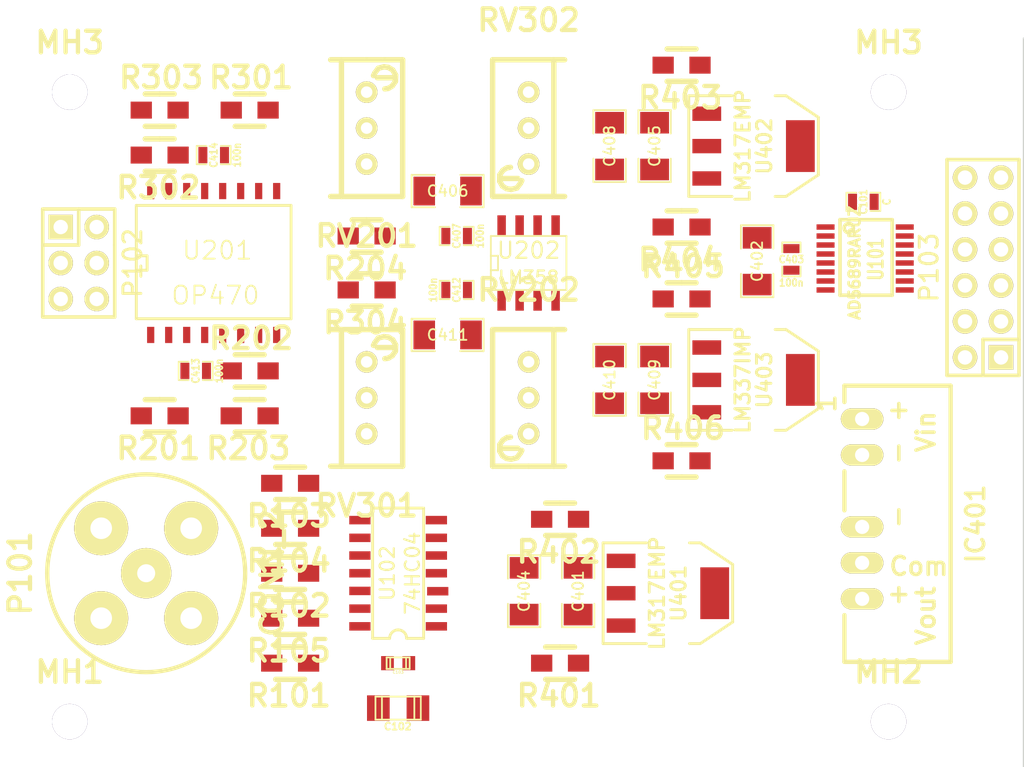
<source format=kicad_pcb>
(kicad_pcb (version 3) (host pcbnew "(2014-02-24 BZR 4719)-product")

  (general
    (links 128)
    (no_connects 128)
    (area 0 0 0 0)
    (thickness 1.6)
    (drawings 1)
    (tracks 0)
    (zones 0)
    (modules 55)
    (nets 44)
  )

  (page A4)
  (layers
    (15 F.Cu signal)
    (0 B.Cu signal)
    (16 B.Adhes user)
    (17 F.Adhes user)
    (18 B.Paste user)
    (19 F.Paste user)
    (20 B.SilkS user)
    (21 F.SilkS user)
    (22 B.Mask user)
    (23 F.Mask user)
    (24 Dwgs.User user)
    (25 Cmts.User user)
    (26 Eco1.User user)
    (27 Eco2.User user)
    (28 Edge.Cuts user)
  )

  (setup
    (last_trace_width 0.254)
    (user_trace_width 0.3)
    (user_trace_width 0.5)
    (user_trace_width 1)
    (trace_clearance 0.254)
    (zone_clearance 0.508)
    (zone_45_only no)
    (trace_min 0.254)
    (segment_width 0.2)
    (edge_width 0.1)
    (via_size 0.889)
    (via_drill 0.635)
    (via_min_size 0.889)
    (via_min_drill 0.508)
    (uvia_size 0.508)
    (uvia_drill 0.127)
    (uvias_allowed no)
    (uvia_min_size 0.508)
    (uvia_min_drill 0.127)
    (pcb_text_width 0.3)
    (pcb_text_size 1.5 1.5)
    (mod_edge_width 0.15)
    (mod_text_size 1 1)
    (mod_text_width 0.15)
    (pad_size 1.5 1.5)
    (pad_drill 0.6)
    (pad_to_mask_clearance 0)
    (aux_axis_origin 0 0)
    (visible_elements 7FFCF7FF)
    (pcbplotparams
      (layerselection 3178497)
      (usegerberextensions true)
      (excludeedgelayer true)
      (linewidth 0.100000)
      (plotframeref false)
      (viasonmask false)
      (mode 1)
      (useauxorigin false)
      (hpglpennumber 1)
      (hpglpenspeed 20)
      (hpglpendiameter 15)
      (hpglpenoverlay 2)
      (psnegative false)
      (psa4output false)
      (plotreference true)
      (plotvalue true)
      (plotothertext true)
      (plotinvisibletext false)
      (padsonsilk false)
      (subtractmaskfromsilk false)
      (outputformat 1)
      (mirror false)
      (drillshape 1)
      (scaleselection 1)
      (outputdirectory ""))
  )

  (net 0 "")
  (net 1 +3.3VDAC)
  (net 2 +5VD)
  (net 3 -VAA)
  (net 4 /GAIN)
  (net 5 /MOD_IN)
  (net 6 /MOD_OUT)
  (net 7 /SCLK)
  (net 8 /SDIN)
  (net 9 /SDO)
  (net 10 /analog/+Vref)
  (net 11 /analog/In1)
  (net 12 /analog/Out1+)
  (net 13 /analog/Out1-)
  (net 14 /analog2/In1)
  (net 15 /analog2/Out1+)
  (net 16 /analog2/Out1-)
  (net 17 /powersupply/+Vin)
  (net 18 /powersupply/+Vout_unreg)
  (net 19 /powersupply/-Vout_unreg)
  (net 20 /~LDAC)
  (net 21 /~RESET)
  (net 22 /~SYNC)
  (net 23 DGND)
  (net 24 "Net-(C404-Pad1)")
  (net 25 "Net-(C408-Pad1)")
  (net 26 "Net-(C409-Pad2)")
  (net 27 "Net-(R101-Pad1)")
  (net 28 "Net-(R102-Pad1)")
  (net 29 "Net-(R103-Pad1)")
  (net 30 "Net-(R104-Pad1)")
  (net 31 "Net-(R105-Pad1)")
  (net 32 "Net-(R201-Pad1)")
  (net 33 "Net-(R202-Pad1)")
  (net 34 "Net-(R204-Pad2)")
  (net 35 "Net-(R301-Pad1)")
  (net 36 "Net-(R302-Pad1)")
  (net 37 "Net-(R304-Pad2)")
  (net 38 "Net-(RV201-Pad2)")
  (net 39 "Net-(RV202-Pad2)")
  (net 40 "Net-(RV301-Pad2)")
  (net 41 "Net-(RV302-Pad2)")
  (net 42 "Net-(U102-Pad1)")
  (net 43 VAA)

  (net_class Default "This is the default net class."
    (clearance 0.254)
    (trace_width 0.254)
    (via_dia 0.889)
    (via_drill 0.635)
    (uvia_dia 0.508)
    (uvia_drill 0.127)
    (add_net "")
    (add_net /GAIN)
    (add_net /MOD_IN)
    (add_net /SCLK)
    (add_net /SDIN)
    (add_net /SDO)
    (add_net /analog/In1)
    (add_net /analog/Out1+)
    (add_net /analog/Out1-)
    (add_net /analog2/In1)
    (add_net /analog2/Out1+)
    (add_net /analog2/Out1-)
    (add_net /~LDAC)
    (add_net /~RESET)
    (add_net /~SYNC)
    (add_net "Net-(C404-Pad1)")
    (add_net "Net-(C408-Pad1)")
    (add_net "Net-(C409-Pad2)")
    (add_net "Net-(R101-Pad1)")
    (add_net "Net-(R102-Pad1)")
    (add_net "Net-(R103-Pad1)")
    (add_net "Net-(R104-Pad1)")
    (add_net "Net-(R105-Pad1)")
    (add_net "Net-(R201-Pad1)")
    (add_net "Net-(R202-Pad1)")
    (add_net "Net-(R204-Pad2)")
    (add_net "Net-(R301-Pad1)")
    (add_net "Net-(R302-Pad1)")
    (add_net "Net-(R304-Pad2)")
    (add_net "Net-(RV201-Pad2)")
    (add_net "Net-(RV202-Pad2)")
    (add_net "Net-(RV301-Pad2)")
    (add_net "Net-(RV302-Pad2)")
    (add_net "Net-(U102-Pad1)")
  )

  (net_class Power ""
    (clearance 0.254)
    (trace_width 0.5)
    (via_dia 1)
    (via_drill 0.75)
    (uvia_dia 0.508)
    (uvia_drill 0.127)
    (add_net +3.3VDAC)
    (add_net +5VD)
    (add_net -VAA)
    (add_net /MOD_OUT)
    (add_net /analog/+Vref)
    (add_net /powersupply/+Vin)
    (add_net /powersupply/+Vout_unreg)
    (add_net /powersupply/-Vout_unreg)
    (add_net DGND)
    (add_net VAA)
  )

  (module Mounting_Holes:MountingHole_2-5mm (layer F.Cu) (tedit 53151220) (tstamp 53152067)
    (at 201.93 38.1)
    (descr "Mounting hole, Befestigungsbohrung, 2,5mm, No Annular, Kein Restring,")
    (tags "Mounting hole, Befestigungsbohrung, 2,5mm, No Annular, Kein Restring,")
    (fp_text reference MH3 (at 0 -3.50012) (layer F.SilkS)
      (effects (font (thickness 0.3048)))
    )
    (fp_text value MountingHole_2-5mm_RevA_Date21Jun2010 (at 0.09906 3.59918) (layer F.SilkS) hide
      (effects (font (thickness 0.3048)))
    )
    (fp_circle (center 0 0) (end 2.49936 0) (layer Cmts.User) (width 0.381))
    (pad 1 thru_hole circle (at 0 0) (size 2.49936 2.49936) (drill 2.49936) (layers))
  )

  (module Mounting_Holes:MountingHole_2-5mm (layer F.Cu) (tedit 53151217) (tstamp 53151120)
    (at 201.93 82.55)
    (descr "Mounting hole, Befestigungsbohrung, 2,5mm, No Annular, Kein Restring,")
    (tags "Mounting hole, Befestigungsbohrung, 2,5mm, No Annular, Kein Restring,")
    (fp_text reference MH1 (at 0 -3.50012) (layer F.SilkS)
      (effects (font (thickness 0.3048)))
    )
    (fp_text value MountingHole_2-5mm_RevA_Date21Jun2010 (at 0.09906 3.59918) (layer F.SilkS) hide
      (effects (font (thickness 0.3048)))
    )
    (fp_circle (center 0 0) (end 2.49936 0) (layer Cmts.User) (width 0.381))
    (pad 1 thru_hole circle (at 0 0) (size 2.49936 2.49936) (drill 2.49936) (layers))
  )

  (module Mounting_Holes:MountingHole_2-5mm (layer F.Cu) (tedit 5315120E) (tstamp 5315111B)
    (at 259.715 82.55)
    (descr "Mounting hole, Befestigungsbohrung, 2,5mm, No Annular, Kein Restring,")
    (tags "Mounting hole, Befestigungsbohrung, 2,5mm, No Annular, Kein Restring,")
    (fp_text reference MH2 (at 0 -3.50012) (layer F.SilkS)
      (effects (font (thickness 0.3048)))
    )
    (fp_text value MountingHole_2-5mm_RevA_Date21Jun2010 (at 0.09906 3.59918) (layer F.SilkS) hide
      (effects (font (thickness 0.3048)))
    )
    (fp_circle (center 0 0) (end 2.49936 0) (layer Cmts.User) (width 0.381))
    (pad 1 thru_hole circle (at 0 0) (size 2.49936 2.49936) (drill 2.49936) (layers))
  )

  (module Mounting_Holes:MountingHole_2-5mm (layer F.Cu) (tedit 53151220) (tstamp 53151116)
    (at 259.715 38.1)
    (descr "Mounting hole, Befestigungsbohrung, 2,5mm, No Annular, Kein Restring,")
    (tags "Mounting hole, Befestigungsbohrung, 2,5mm, No Annular, Kein Restring,")
    (fp_text reference MH3 (at 0 -3.50012) (layer F.SilkS)
      (effects (font (thickness 0.3048)))
    )
    (fp_text value MountingHole_2-5mm_RevA_Date21Jun2010 (at 0.09906 3.59918) (layer F.SilkS) hide
      (effects (font (thickness 0.3048)))
    )
    (fp_circle (center 0 0) (end 2.49936 0) (layer Cmts.User) (width 0.381))
    (pad 1 thru_hole circle (at 0 0) (size 2.49936 2.49936) (drill 2.49936) (layers))
  )

  (module Pin_Headers:Pin_Header_Straight_2x06 (layer F.Cu) (tedit 530FDEC9) (tstamp 52F98FC9)
    (at 266.3825 50.4825 90)
    (descr "1 pin")
    (tags "CONN DEV")
    (path /52F9A0A4)
    (fp_text reference P103 (at 0 -3.81 90) (layer F.SilkS)
      (effects (font (size 1.27 1.27) (thickness 0.2032)))
    )
    (fp_text value CONN_6X2 (at 0 0 90) (layer F.SilkS) hide
      (effects (font (size 1.27 1.27) (thickness 0.2032)))
    )
    (fp_line (start 7.62 -2.54) (end -7.62 -2.54) (layer F.SilkS) (width 0.254))
    (fp_line (start -5.08 2.54) (end 7.62 2.54) (layer F.SilkS) (width 0.254))
    (fp_line (start 7.62 -2.54) (end 7.62 2.54) (layer F.SilkS) (width 0.254))
    (fp_line (start -7.62 -2.54) (end -7.62 0) (layer F.SilkS) (width 0.254))
    (fp_line (start -7.62 2.54) (end -5.08 2.54) (layer F.SilkS) (width 0.254))
    (fp_line (start -7.62 0) (end -5.08 0) (layer F.SilkS) (width 0.254))
    (fp_line (start -5.08 0) (end -5.08 2.54) (layer F.SilkS) (width 0.254))
    (fp_line (start -7.62 2.54) (end -7.62 0) (layer F.SilkS) (width 0.254))
    (pad 1 thru_hole rect (at -6.35 1.27 90) (size 1.7272 1.7272) (drill 1.016) (layers *.Cu *.Mask F.SilkS)
      (net 1 +3.3VDAC))
    (pad 3 thru_hole oval (at -3.81 1.27 90) (size 1.7272 1.7272) (drill 1.016) (layers *.Cu *.Mask F.SilkS)
      (net 4 /GAIN))
    (pad 5 thru_hole oval (at -1.27 1.27 90) (size 1.7272 1.7272) (drill 1.016) (layers *.Cu *.Mask F.SilkS)
      (net 5 /MOD_IN))
    (pad 7 thru_hole oval (at 1.27 1.27 90) (size 1.7272 1.7272) (drill 1.016) (layers *.Cu *.Mask F.SilkS)
      (net 23 DGND))
    (pad 9 thru_hole oval (at 3.81 1.27 90) (size 1.7272 1.7272) (drill 1.016) (layers *.Cu *.Mask F.SilkS)
      (net 23 DGND))
    (pad 11 thru_hole oval (at 6.35 1.27 90) (size 1.7272 1.7272) (drill 1.016) (layers *.Cu *.Mask F.SilkS)
      (net 17 /powersupply/+Vin))
    (pad 12 thru_hole oval (at 6.35 -1.27 90) (size 1.7272 1.7272) (drill 1.016) (layers *.Cu *.Mask F.SilkS)
      (net 21 /~RESET))
    (pad 10 thru_hole oval (at 3.81 -1.27 90) (size 1.7272 1.7272) (drill 1.016) (layers *.Cu *.Mask F.SilkS)
      (net 8 /SDIN))
    (pad 8 thru_hole oval (at 1.27 -1.27 90) (size 1.7272 1.7272) (drill 1.016) (layers *.Cu *.Mask F.SilkS)
      (net 22 /~SYNC))
    (pad 6 thru_hole oval (at -1.27 -1.27 90) (size 1.7272 1.7272) (drill 1.016) (layers *.Cu *.Mask F.SilkS)
      (net 7 /SCLK))
    (pad 4 thru_hole oval (at -3.81 -1.27 90) (size 1.7272 1.7272) (drill 1.016) (layers *.Cu *.Mask F.SilkS)
      (net 20 /~LDAC))
    (pad 2 thru_hole oval (at -6.35 -1.27 90) (size 1.7272 1.7272) (drill 1.016) (layers *.Cu *.Mask F.SilkS)
      (net 9 /SDO))
    (model Pin_Headers/Pin_Header_Straight_2x06.wrl
      (at (xyz 0 0 0))
      (scale (xyz 1 1 1))
      (rotate (xyz 0 0 0))
    )
  )

  (module SMD_Packages:TSSOP16 (layer F.Cu) (tedit 530E830B) (tstamp 5311D5AE)
    (at 255.27 47.625 270)
    (path /52F40BAC)
    (attr smd)
    (fp_text reference U101 (at 2.27584 -3.54838 270) (layer F.SilkS)
      (effects (font (size 1.016 0.762) (thickness 0.1905)))
    )
    (fp_text value AD5689RARUZ (at 2.52476 -2.04978 270) (layer F.SilkS)
      (effects (font (size 0.762 0.762) (thickness 0.1905)))
    )
    (fp_line (start -0.51816 -4.70408) (end 4.81584 -4.70408) (layer F.SilkS) (width 0.254))
    (fp_line (start 4.81584 -4.70408) (end 4.81584 -1.02108) (layer F.SilkS) (width 0.254))
    (fp_line (start 4.81584 -1.02108) (end -0.51816 -1.02108) (layer F.SilkS) (width 0.254))
    (fp_line (start -0.51816 -1.02108) (end -0.51816 -4.70408) (layer F.SilkS) (width 0.254))
    (fp_circle (center 0.07366 -1.64084) (end -0.12954 -1.38684) (layer F.SilkS) (width 0.254))
    (pad 1 smd rect (at 0 0 270) (size 0.381 1.27) (layers F.Cu F.Paste F.Mask)
      (net 10 /analog/+Vref))
    (pad 2 smd rect (at 0.635 0 270) (size 0.381 1.27) (layers F.Cu F.Paste F.Mask))
    (pad 3 smd rect (at 1.27 0 270) (size 0.381 1.27) (layers F.Cu F.Paste F.Mask)
      (net 11 /analog/In1))
    (pad 4 smd rect (at 1.905 0 270) (size 0.381 1.27) (layers F.Cu F.Paste F.Mask)
      (net 23 DGND))
    (pad 5 smd rect (at 2.54 0 270) (size 0.381 1.27) (layers F.Cu F.Paste F.Mask)
      (net 2 +5VD))
    (pad 6 smd rect (at 3.175 0 270) (size 0.381 1.27) (layers F.Cu F.Paste F.Mask))
    (pad 7 smd rect (at 3.81 0 270) (size 0.381 1.27) (layers F.Cu F.Paste F.Mask)
      (net 14 /analog2/In1))
    (pad 8 smd rect (at 4.445 0 270) (size 0.381 1.27) (layers F.Cu F.Paste F.Mask)
      (net 9 /SDO))
    (pad 9 smd rect (at 4.445 -5.588 270) (size 0.381 1.27) (layers F.Cu F.Paste F.Mask)
      (net 20 /~LDAC))
    (pad 10 smd rect (at 3.81 -5.588 270) (size 0.381 1.27) (layers F.Cu F.Paste F.Mask)
      (net 4 /GAIN))
    (pad 11 smd rect (at 3.175 -5.588 270) (size 0.381 1.27) (layers F.Cu F.Paste F.Mask)
      (net 1 +3.3VDAC))
    (pad 12 smd rect (at 2.54 -5.588 270) (size 0.381 1.27) (layers F.Cu F.Paste F.Mask)
      (net 7 /SCLK))
    (pad 13 smd rect (at 1.905 -5.588 270) (size 0.381 1.27) (layers F.Cu F.Paste F.Mask)
      (net 22 /~SYNC))
    (pad 14 smd rect (at 1.27 -5.588 270) (size 0.381 1.27) (layers F.Cu F.Paste F.Mask)
      (net 8 /SDIN))
    (pad 15 smd rect (at 0.635 -5.588 270) (size 0.381 1.27) (layers F.Cu F.Paste F.Mask)
      (net 21 /~RESET))
    (pad 16 smd rect (at 0 -5.588 270) (size 0.381 1.27) (layers F.Cu F.Paste F.Mask)
      (net 1 +3.3VDAC))
    (model smd\smd_dil\tssop-16.wrl
      (at (xyz 0 0 0))
      (scale (xyz 1 1 1))
      (rotate (xyz 0 0 0))
    )
  )

  (module SMD_Packages:SM0603_Capa (layer F.Cu) (tedit 52F98CFF) (tstamp 52F98EBB)
    (at 257.937 45.847 180)
    (path /52F5B815)
    (attr smd)
    (fp_text reference C101 (at 0 0 270) (layer F.SilkS)
      (effects (font (size 0.508 0.4572) (thickness 0.1143)))
    )
    (fp_text value C (at -1.651 0 270) (layer F.SilkS)
      (effects (font (size 0.508 0.4572) (thickness 0.1143)))
    )
    (fp_line (start 0.50038 0.65024) (end 1.19888 0.65024) (layer F.SilkS) (width 0.11938))
    (fp_line (start -0.50038 0.65024) (end -1.19888 0.65024) (layer F.SilkS) (width 0.11938))
    (fp_line (start 0.50038 -0.65024) (end 1.19888 -0.65024) (layer F.SilkS) (width 0.11938))
    (fp_line (start -1.19888 -0.65024) (end -0.50038 -0.65024) (layer F.SilkS) (width 0.11938))
    (fp_line (start 1.19888 -0.635) (end 1.19888 0.635) (layer F.SilkS) (width 0.11938))
    (fp_line (start -1.19888 0.635) (end -1.19888 -0.635) (layer F.SilkS) (width 0.11938))
    (pad 1 smd rect (at -0.762 0 180) (size 0.635 1.143) (layers F.Cu F.Paste F.Mask)
      (net 1 +3.3VDAC))
    (pad 2 smd rect (at 0.762 0 180) (size 0.635 1.143) (layers F.Cu F.Paste F.Mask)
      (net 23 DGND))
    (model smd\capacitors\C0603.wrl
      (at (xyz 0 0 0.001))
      (scale (xyz 0.5 0.5 0.5))
      (rotate (xyz 0 0 0))
    )
  )

  (module Capacitors_SMD:c_1206 (layer F.Cu) (tedit 52F98D02) (tstamp 52F98EC7)
    (at 225.1075 81.5975 180)
    (descr "SMT capacitor, 1206")
    (path /52F9E309)
    (fp_text reference C102 (at 0.0254 -1.2954 180) (layer F.SilkS)
      (effects (font (size 0.50038 0.50038) (thickness 0.11938)))
    )
    (fp_text value C (at 0 1.27 180) (layer F.SilkS) hide
      (effects (font (size 0.50038 0.50038) (thickness 0.11938)))
    )
    (fp_line (start 1.143 0.8128) (end 1.143 -0.8128) (layer F.SilkS) (width 0.127))
    (fp_line (start -1.143 -0.8128) (end -1.143 0.8128) (layer F.SilkS) (width 0.127))
    (fp_line (start -1.6002 -0.8128) (end -1.6002 0.8128) (layer F.SilkS) (width 0.127))
    (fp_line (start -1.6002 0.8128) (end 1.6002 0.8128) (layer F.SilkS) (width 0.127))
    (fp_line (start 1.6002 0.8128) (end 1.6002 -0.8128) (layer F.SilkS) (width 0.127))
    (fp_line (start 1.6002 -0.8128) (end -1.6002 -0.8128) (layer F.SilkS) (width 0.127))
    (pad 1 smd rect (at 1.397 0 180) (size 1.6002 1.8034) (layers F.Cu F.Paste F.Mask)
      (net 2 +5VD))
    (pad 2 smd rect (at -1.397 0 180) (size 1.6002 1.8034) (layers F.Cu F.Paste F.Mask)
      (net 23 DGND))
    (model smd/capacitors/c_1206.wrl
      (at (xyz 0 0 0))
      (scale (xyz 1 1 1))
      (rotate (xyz 0 0 0))
    )
  )

  (module Capacitors_SMD:c_0603 (layer F.Cu) (tedit 52F98D02) (tstamp 52F98ED3)
    (at 225.1075 78.4225 180)
    (descr "SMT capacitor, 0603")
    (path /52F9E404)
    (fp_text reference C103 (at 0 -0.635 180) (layer F.SilkS)
      (effects (font (size 0.20066 0.20066) (thickness 0.04064)))
    )
    (fp_text value C (at 0 0.635 180) (layer F.SilkS) hide
      (effects (font (size 0.20066 0.20066) (thickness 0.04064)))
    )
    (fp_line (start 0.5588 0.4064) (end 0.5588 -0.4064) (layer F.SilkS) (width 0.127))
    (fp_line (start -0.5588 -0.381) (end -0.5588 0.4064) (layer F.SilkS) (width 0.127))
    (fp_line (start -0.8128 -0.4064) (end 0.8128 -0.4064) (layer F.SilkS) (width 0.127))
    (fp_line (start 0.8128 -0.4064) (end 0.8128 0.4064) (layer F.SilkS) (width 0.127))
    (fp_line (start 0.8128 0.4064) (end -0.8128 0.4064) (layer F.SilkS) (width 0.127))
    (fp_line (start -0.8128 0.4064) (end -0.8128 -0.4064) (layer F.SilkS) (width 0.127))
    (pad 1 smd rect (at 0.75184 0 180) (size 0.89916 1.00076) (layers F.Cu F.Paste F.Mask)
      (net 2 +5VD))
    (pad 2 smd rect (at -0.75184 0 180) (size 0.89916 1.00076) (layers F.Cu F.Paste F.Mask)
      (net 23 DGND))
    (model smd/capacitors/c_0603.wrl
      (at (xyz 0 0 0))
      (scale (xyz 1 1 1))
      (rotate (xyz 0 0 0))
    )
  )

  (module SMD_Packages:SM1206 (layer F.Cu) (tedit 52F98CFF) (tstamp 52F98EEB)
    (at 237.8075 73.3425 90)
    (path /52F4209D/52F4E098)
    (attr smd)
    (fp_text reference C401 (at 0 0 90) (layer F.SilkS)
      (effects (font (size 0.762 0.762) (thickness 0.127)))
    )
    (fp_text value 1u (at 0 0 90) (layer F.SilkS) hide
      (effects (font (size 0.762 0.762) (thickness 0.127)))
    )
    (fp_line (start -2.54 -1.143) (end -2.54 1.143) (layer F.SilkS) (width 0.127))
    (fp_line (start -2.54 1.143) (end -0.889 1.143) (layer F.SilkS) (width 0.127))
    (fp_line (start 0.889 -1.143) (end 2.54 -1.143) (layer F.SilkS) (width 0.127))
    (fp_line (start 2.54 -1.143) (end 2.54 1.143) (layer F.SilkS) (width 0.127))
    (fp_line (start 2.54 1.143) (end 0.889 1.143) (layer F.SilkS) (width 0.127))
    (fp_line (start -0.889 -1.143) (end -2.54 -1.143) (layer F.SilkS) (width 0.127))
    (pad 1 smd rect (at -1.651 0 90) (size 1.524 2.032) (layers F.Cu F.Paste F.Mask)
      (net 18 /powersupply/+Vout_unreg))
    (pad 2 smd rect (at 1.651 0 90) (size 1.524 2.032) (layers F.Cu F.Paste F.Mask)
      (net 23 DGND))
    (model smd/chip_cms.wrl
      (at (xyz 0 0 0))
      (scale (xyz 0.17 0.16 0.16))
      (rotate (xyz 0 0 0))
    )
  )

  (module SMD_Packages:SM1206 (layer F.Cu) (tedit 52F98CFF) (tstamp 52F98EF7)
    (at 250.444 50.038 90)
    (path /52F4209D/52F4E0BB)
    (attr smd)
    (fp_text reference C402 (at 0 0 90) (layer F.SilkS)
      (effects (font (size 0.762 0.762) (thickness 0.127)))
    )
    (fp_text value 1u (at 0 0 90) (layer F.SilkS) hide
      (effects (font (size 0.762 0.762) (thickness 0.127)))
    )
    (fp_line (start -2.54 -1.143) (end -2.54 1.143) (layer F.SilkS) (width 0.127))
    (fp_line (start -2.54 1.143) (end -0.889 1.143) (layer F.SilkS) (width 0.127))
    (fp_line (start 0.889 -1.143) (end 2.54 -1.143) (layer F.SilkS) (width 0.127))
    (fp_line (start 2.54 -1.143) (end 2.54 1.143) (layer F.SilkS) (width 0.127))
    (fp_line (start 2.54 1.143) (end 0.889 1.143) (layer F.SilkS) (width 0.127))
    (fp_line (start -0.889 -1.143) (end -2.54 -1.143) (layer F.SilkS) (width 0.127))
    (pad 1 smd rect (at -1.651 0 90) (size 1.524 2.032) (layers F.Cu F.Paste F.Mask)
      (net 2 +5VD))
    (pad 2 smd rect (at 1.651 0 90) (size 1.524 2.032) (layers F.Cu F.Paste F.Mask)
      (net 23 DGND))
    (model smd/chip_cms.wrl
      (at (xyz 0 0 0))
      (scale (xyz 0.17 0.16 0.16))
      (rotate (xyz 0 0 0))
    )
  )

  (module SMD_Packages:SM0603_Capa (layer F.Cu) (tedit 52F98CFF) (tstamp 52F98F03)
    (at 252.857 49.911 90)
    (path /52F4209D/52F4E0C6)
    (attr smd)
    (fp_text reference C403 (at 0 0 180) (layer F.SilkS)
      (effects (font (size 0.508 0.4572) (thickness 0.1143)))
    )
    (fp_text value 100n (at -1.651 0 180) (layer F.SilkS)
      (effects (font (size 0.508 0.4572) (thickness 0.1143)))
    )
    (fp_line (start 0.50038 0.65024) (end 1.19888 0.65024) (layer F.SilkS) (width 0.11938))
    (fp_line (start -0.50038 0.65024) (end -1.19888 0.65024) (layer F.SilkS) (width 0.11938))
    (fp_line (start 0.50038 -0.65024) (end 1.19888 -0.65024) (layer F.SilkS) (width 0.11938))
    (fp_line (start -1.19888 -0.65024) (end -0.50038 -0.65024) (layer F.SilkS) (width 0.11938))
    (fp_line (start 1.19888 -0.635) (end 1.19888 0.635) (layer F.SilkS) (width 0.11938))
    (fp_line (start -1.19888 0.635) (end -1.19888 -0.635) (layer F.SilkS) (width 0.11938))
    (pad 1 smd rect (at -0.762 0 90) (size 0.635 1.143) (layers F.Cu F.Paste F.Mask)
      (net 2 +5VD))
    (pad 2 smd rect (at 0.762 0 90) (size 0.635 1.143) (layers F.Cu F.Paste F.Mask)
      (net 23 DGND))
    (model smd\capacitors\C0603.wrl
      (at (xyz 0 0 0.001))
      (scale (xyz 0.5 0.5 0.5))
      (rotate (xyz 0 0 0))
    )
  )

  (module SMD_Packages:SM1206 (layer F.Cu) (tedit 52F98CFF) (tstamp 530FC55F)
    (at 233.9975 73.3425 90)
    (path /52F4209D/52F4E0A4)
    (attr smd)
    (fp_text reference C404 (at 0 0 90) (layer F.SilkS)
      (effects (font (size 0.762 0.762) (thickness 0.127)))
    )
    (fp_text value 10u (at 0 0 90) (layer F.SilkS) hide
      (effects (font (size 0.762 0.762) (thickness 0.127)))
    )
    (fp_line (start -2.54 -1.143) (end -2.54 1.143) (layer F.SilkS) (width 0.127))
    (fp_line (start -2.54 1.143) (end -0.889 1.143) (layer F.SilkS) (width 0.127))
    (fp_line (start 0.889 -1.143) (end 2.54 -1.143) (layer F.SilkS) (width 0.127))
    (fp_line (start 2.54 -1.143) (end 2.54 1.143) (layer F.SilkS) (width 0.127))
    (fp_line (start 2.54 1.143) (end 0.889 1.143) (layer F.SilkS) (width 0.127))
    (fp_line (start -0.889 -1.143) (end -2.54 -1.143) (layer F.SilkS) (width 0.127))
    (pad 1 smd rect (at -1.651 0 90) (size 1.524 2.032) (layers F.Cu F.Paste F.Mask)
      (net 24 "Net-(C404-Pad1)"))
    (pad 2 smd rect (at 1.651 0 90) (size 1.524 2.032) (layers F.Cu F.Paste F.Mask)
      (net 23 DGND))
    (model smd/chip_cms.wrl
      (at (xyz 0 0 0))
      (scale (xyz 0.17 0.16 0.16))
      (rotate (xyz 0 0 0))
    )
  )

  (module SMD_Packages:SM1206 (layer F.Cu) (tedit 52F98CFF) (tstamp 52F9951C)
    (at 243.205 41.91 90)
    (path /52F4209D/52F44BC8)
    (attr smd)
    (fp_text reference C405 (at 0 0 90) (layer F.SilkS)
      (effects (font (size 0.762 0.762) (thickness 0.127)))
    )
    (fp_text value 1u (at 0 0 90) (layer F.SilkS) hide
      (effects (font (size 0.762 0.762) (thickness 0.127)))
    )
    (fp_line (start -2.54 -1.143) (end -2.54 1.143) (layer F.SilkS) (width 0.127))
    (fp_line (start -2.54 1.143) (end -0.889 1.143) (layer F.SilkS) (width 0.127))
    (fp_line (start 0.889 -1.143) (end 2.54 -1.143) (layer F.SilkS) (width 0.127))
    (fp_line (start 2.54 -1.143) (end 2.54 1.143) (layer F.SilkS) (width 0.127))
    (fp_line (start 2.54 1.143) (end 0.889 1.143) (layer F.SilkS) (width 0.127))
    (fp_line (start -0.889 -1.143) (end -2.54 -1.143) (layer F.SilkS) (width 0.127))
    (pad 1 smd rect (at -1.651 0 90) (size 1.524 2.032) (layers F.Cu F.Paste F.Mask)
      (net 18 /powersupply/+Vout_unreg))
    (pad 2 smd rect (at 1.651 0 90) (size 1.524 2.032) (layers F.Cu F.Paste F.Mask)
      (net 23 DGND))
    (model smd/chip_cms.wrl
      (at (xyz 0 0 0))
      (scale (xyz 0.17 0.16 0.16))
      (rotate (xyz 0 0 0))
    )
  )

  (module SMD_Packages:SM1206 (layer F.Cu) (tedit 52F98CFF) (tstamp 52F98F27)
    (at 228.6 45.085 180)
    (path /52F4209D/52F4DDE2)
    (attr smd)
    (fp_text reference C406 (at 0 0 180) (layer F.SilkS)
      (effects (font (size 0.762 0.762) (thickness 0.127)))
    )
    (fp_text value 1u (at 0 0 180) (layer F.SilkS) hide
      (effects (font (size 0.762 0.762) (thickness 0.127)))
    )
    (fp_line (start -2.54 -1.143) (end -2.54 1.143) (layer F.SilkS) (width 0.127))
    (fp_line (start -2.54 1.143) (end -0.889 1.143) (layer F.SilkS) (width 0.127))
    (fp_line (start 0.889 -1.143) (end 2.54 -1.143) (layer F.SilkS) (width 0.127))
    (fp_line (start 2.54 -1.143) (end 2.54 1.143) (layer F.SilkS) (width 0.127))
    (fp_line (start 2.54 1.143) (end 0.889 1.143) (layer F.SilkS) (width 0.127))
    (fp_line (start -0.889 -1.143) (end -2.54 -1.143) (layer F.SilkS) (width 0.127))
    (pad 1 smd rect (at -1.651 0 180) (size 1.524 2.032) (layers F.Cu F.Paste F.Mask)
      (net 43 VAA))
    (pad 2 smd rect (at 1.651 0 180) (size 1.524 2.032) (layers F.Cu F.Paste F.Mask)
      (net 23 DGND))
    (model smd/chip_cms.wrl
      (at (xyz 0 0 0))
      (scale (xyz 0.17 0.16 0.16))
      (rotate (xyz 0 0 0))
    )
  )

  (module SMD_Packages:SM0603_Capa (layer F.Cu) (tedit 52F98CFF) (tstamp 52F98F33)
    (at 229.235 48.26 180)
    (path /52F4209D/52F4DF8B)
    (attr smd)
    (fp_text reference C407 (at 0 0 270) (layer F.SilkS)
      (effects (font (size 0.508 0.4572) (thickness 0.1143)))
    )
    (fp_text value 100n (at -1.651 0 270) (layer F.SilkS)
      (effects (font (size 0.508 0.4572) (thickness 0.1143)))
    )
    (fp_line (start 0.50038 0.65024) (end 1.19888 0.65024) (layer F.SilkS) (width 0.11938))
    (fp_line (start -0.50038 0.65024) (end -1.19888 0.65024) (layer F.SilkS) (width 0.11938))
    (fp_line (start 0.50038 -0.65024) (end 1.19888 -0.65024) (layer F.SilkS) (width 0.11938))
    (fp_line (start -1.19888 -0.65024) (end -0.50038 -0.65024) (layer F.SilkS) (width 0.11938))
    (fp_line (start 1.19888 -0.635) (end 1.19888 0.635) (layer F.SilkS) (width 0.11938))
    (fp_line (start -1.19888 0.635) (end -1.19888 -0.635) (layer F.SilkS) (width 0.11938))
    (pad 1 smd rect (at -0.762 0 180) (size 0.635 1.143) (layers F.Cu F.Paste F.Mask)
      (net 43 VAA))
    (pad 2 smd rect (at 0.762 0 180) (size 0.635 1.143) (layers F.Cu F.Paste F.Mask)
      (net 23 DGND))
    (model smd\capacitors\C0603.wrl
      (at (xyz 0 0 0.001))
      (scale (xyz 0.5 0.5 0.5))
      (rotate (xyz 0 0 0))
    )
  )

  (module SMD_Packages:SM1206 (layer F.Cu) (tedit 52F98CFF) (tstamp 52F98F3F)
    (at 240.03 41.91 90)
    (path /52F4209D/52F4DA21)
    (attr smd)
    (fp_text reference C408 (at 0 0 90) (layer F.SilkS)
      (effects (font (size 0.762 0.762) (thickness 0.127)))
    )
    (fp_text value 10u (at 0 0 90) (layer F.SilkS) hide
      (effects (font (size 0.762 0.762) (thickness 0.127)))
    )
    (fp_line (start -2.54 -1.143) (end -2.54 1.143) (layer F.SilkS) (width 0.127))
    (fp_line (start -2.54 1.143) (end -0.889 1.143) (layer F.SilkS) (width 0.127))
    (fp_line (start 0.889 -1.143) (end 2.54 -1.143) (layer F.SilkS) (width 0.127))
    (fp_line (start 2.54 -1.143) (end 2.54 1.143) (layer F.SilkS) (width 0.127))
    (fp_line (start 2.54 1.143) (end 0.889 1.143) (layer F.SilkS) (width 0.127))
    (fp_line (start -0.889 -1.143) (end -2.54 -1.143) (layer F.SilkS) (width 0.127))
    (pad 1 smd rect (at -1.651 0 90) (size 1.524 2.032) (layers F.Cu F.Paste F.Mask)
      (net 25 "Net-(C408-Pad1)"))
    (pad 2 smd rect (at 1.651 0 90) (size 1.524 2.032) (layers F.Cu F.Paste F.Mask)
      (net 23 DGND))
    (model smd/chip_cms.wrl
      (at (xyz 0 0 0))
      (scale (xyz 0.17 0.16 0.16))
      (rotate (xyz 0 0 0))
    )
  )

  (module SMD_Packages:SM1206 (layer F.Cu) (tedit 52F98CFF) (tstamp 52F98F4B)
    (at 243.205 58.42 270)
    (path /52F4209D/52F4DC03)
    (attr smd)
    (fp_text reference C409 (at 0 0 270) (layer F.SilkS)
      (effects (font (size 0.762 0.762) (thickness 0.127)))
    )
    (fp_text value 10u (at 0 0 270) (layer F.SilkS) hide
      (effects (font (size 0.762 0.762) (thickness 0.127)))
    )
    (fp_line (start -2.54 -1.143) (end -2.54 1.143) (layer F.SilkS) (width 0.127))
    (fp_line (start -2.54 1.143) (end -0.889 1.143) (layer F.SilkS) (width 0.127))
    (fp_line (start 0.889 -1.143) (end 2.54 -1.143) (layer F.SilkS) (width 0.127))
    (fp_line (start 2.54 -1.143) (end 2.54 1.143) (layer F.SilkS) (width 0.127))
    (fp_line (start 2.54 1.143) (end 0.889 1.143) (layer F.SilkS) (width 0.127))
    (fp_line (start -0.889 -1.143) (end -2.54 -1.143) (layer F.SilkS) (width 0.127))
    (pad 1 smd rect (at -1.651 0 270) (size 1.524 2.032) (layers F.Cu F.Paste F.Mask)
      (net 23 DGND))
    (pad 2 smd rect (at 1.651 0 270) (size 1.524 2.032) (layers F.Cu F.Paste F.Mask)
      (net 26 "Net-(C409-Pad2)"))
    (model smd/chip_cms.wrl
      (at (xyz 0 0 0))
      (scale (xyz 0.17 0.16 0.16))
      (rotate (xyz 0 0 0))
    )
  )

  (module SMD_Packages:SM1206 (layer F.Cu) (tedit 52F98CFF) (tstamp 52F98F57)
    (at 240.03 58.42 270)
    (path /52F4209D/52F4DB2D)
    (attr smd)
    (fp_text reference C410 (at 0 0 270) (layer F.SilkS)
      (effects (font (size 0.762 0.762) (thickness 0.127)))
    )
    (fp_text value 1u (at 0 0 270) (layer F.SilkS) hide
      (effects (font (size 0.762 0.762) (thickness 0.127)))
    )
    (fp_line (start -2.54 -1.143) (end -2.54 1.143) (layer F.SilkS) (width 0.127))
    (fp_line (start -2.54 1.143) (end -0.889 1.143) (layer F.SilkS) (width 0.127))
    (fp_line (start 0.889 -1.143) (end 2.54 -1.143) (layer F.SilkS) (width 0.127))
    (fp_line (start 2.54 -1.143) (end 2.54 1.143) (layer F.SilkS) (width 0.127))
    (fp_line (start 2.54 1.143) (end 0.889 1.143) (layer F.SilkS) (width 0.127))
    (fp_line (start -0.889 -1.143) (end -2.54 -1.143) (layer F.SilkS) (width 0.127))
    (pad 1 smd rect (at -1.651 0 270) (size 1.524 2.032) (layers F.Cu F.Paste F.Mask)
      (net 23 DGND))
    (pad 2 smd rect (at 1.651 0 270) (size 1.524 2.032) (layers F.Cu F.Paste F.Mask)
      (net 19 /powersupply/-Vout_unreg))
    (model smd/chip_cms.wrl
      (at (xyz 0 0 0))
      (scale (xyz 0.17 0.16 0.16))
      (rotate (xyz 0 0 0))
    )
  )

  (module SMD_Packages:SM1206 (layer F.Cu) (tedit 52F98CFF) (tstamp 52F98F63)
    (at 228.6 55.245)
    (path /52F4209D/52F4DDED)
    (attr smd)
    (fp_text reference C411 (at 0 0) (layer F.SilkS)
      (effects (font (size 0.762 0.762) (thickness 0.127)))
    )
    (fp_text value 1u (at 0 0) (layer F.SilkS) hide
      (effects (font (size 0.762 0.762) (thickness 0.127)))
    )
    (fp_line (start -2.54 -1.143) (end -2.54 1.143) (layer F.SilkS) (width 0.127))
    (fp_line (start -2.54 1.143) (end -0.889 1.143) (layer F.SilkS) (width 0.127))
    (fp_line (start 0.889 -1.143) (end 2.54 -1.143) (layer F.SilkS) (width 0.127))
    (fp_line (start 2.54 -1.143) (end 2.54 1.143) (layer F.SilkS) (width 0.127))
    (fp_line (start 2.54 1.143) (end 0.889 1.143) (layer F.SilkS) (width 0.127))
    (fp_line (start -0.889 -1.143) (end -2.54 -1.143) (layer F.SilkS) (width 0.127))
    (pad 1 smd rect (at -1.651 0) (size 1.524 2.032) (layers F.Cu F.Paste F.Mask)
      (net 23 DGND))
    (pad 2 smd rect (at 1.651 0) (size 1.524 2.032) (layers F.Cu F.Paste F.Mask)
      (net 3 -VAA))
    (model smd/chip_cms.wrl
      (at (xyz 0 0 0))
      (scale (xyz 0.17 0.16 0.16))
      (rotate (xyz 0 0 0))
    )
  )

  (module SMD_Packages:SM0603_Capa (layer F.Cu) (tedit 52F98CFF) (tstamp 52F98F6F)
    (at 229.235 52.07)
    (path /52F4209D/52F4DF96)
    (attr smd)
    (fp_text reference C412 (at 0 0 90) (layer F.SilkS)
      (effects (font (size 0.508 0.4572) (thickness 0.1143)))
    )
    (fp_text value 100n (at -1.651 0 90) (layer F.SilkS)
      (effects (font (size 0.508 0.4572) (thickness 0.1143)))
    )
    (fp_line (start 0.50038 0.65024) (end 1.19888 0.65024) (layer F.SilkS) (width 0.11938))
    (fp_line (start -0.50038 0.65024) (end -1.19888 0.65024) (layer F.SilkS) (width 0.11938))
    (fp_line (start 0.50038 -0.65024) (end 1.19888 -0.65024) (layer F.SilkS) (width 0.11938))
    (fp_line (start -1.19888 -0.65024) (end -0.50038 -0.65024) (layer F.SilkS) (width 0.11938))
    (fp_line (start 1.19888 -0.635) (end 1.19888 0.635) (layer F.SilkS) (width 0.11938))
    (fp_line (start -1.19888 0.635) (end -1.19888 -0.635) (layer F.SilkS) (width 0.11938))
    (pad 1 smd rect (at -0.762 0) (size 0.635 1.143) (layers F.Cu F.Paste F.Mask)
      (net 23 DGND))
    (pad 2 smd rect (at 0.762 0) (size 0.635 1.143) (layers F.Cu F.Paste F.Mask)
      (net 3 -VAA))
    (model smd\capacitors\C0603.wrl
      (at (xyz 0 0 0.001))
      (scale (xyz 0.5 0.5 0.5))
      (rotate (xyz 0 0 0))
    )
  )

  (module DCDCs:DCDC-Conv_TRACO_TMH-xxxx_Dual_RevA_27Mar2011 (layer F.Cu) (tedit 4D8FB8BA) (tstamp 52F98F86)
    (at 260.35 68.58 270)
    (descr "DCDC-Converter, TRACO, TMH-xxxx, Dual output, RevA, 27Mar2011")
    (tags "DCDC-Converter, TRACO, TMH-xxxx, Dual output, RevA, 27Mar2011")
    (path /52F4209D/52F42F52)
    (fp_text reference IC401 (at 0 -5.4991 270) (layer F.SilkS)
      (effects (font (size 1.27 1.27) (thickness 0.254)))
    )
    (fp_text value DCDC-CONV_TRACO_TMH-XXXX_Dual_REVA_27MAR2011 (at 0 7.9502 270) (layer F.SilkS) hide
      (effects (font (size 1.27 1.27) (thickness 0.254)))
    )
    (fp_text user 1 (at -8.49884 5.00126 270) (layer F.SilkS)
      (effects (font (size 1.27 1.27) (thickness 0.254)))
    )
    (fp_text user Vout (at 6.49986 -1.99898 270) (layer F.SilkS)
      (effects (font (size 1.27 1.27) (thickness 0.254)))
    )
    (fp_text user Vin (at -6.49986 -1.99898 270) (layer F.SilkS)
      (effects (font (size 1.27 1.27) (thickness 0.254)))
    )
    (fp_text user Com (at 2.99974 -1.50114 360) (layer F.SilkS)
      (effects (font (size 1.27 1.27) (thickness 0.254)))
    )
    (fp_text user + (at 5.00126 0 270) (layer F.SilkS)
      (effects (font (size 1.27 1.27) (thickness 0.254)))
    )
    (fp_text user - (at -0.50038 0 270) (layer F.SilkS)
      (effects (font (size 1.27 1.27) (thickness 0.254)))
    )
    (fp_text user - (at -5.00126 0 270) (layer F.SilkS)
      (effects (font (size 1.27 1.27) (thickness 0.254)))
    )
    (fp_text user + (at -8.001 0 270) (layer F.SilkS)
      (effects (font (size 1.27 1.27) (thickness 0.254)))
    )
    (fp_line (start -8.60044 3.74904) (end -9.75106 3.74904) (layer F.SilkS) (width 0.3048))
    (fp_line (start -0.94996 3.74904) (end -3.70078 3.74904) (layer F.SilkS) (width 0.3048))
    (fp_line (start 9.75106 3.74904) (end 6.44906 3.74904) (layer F.SilkS) (width 0.3048))
    (fp_line (start 9.75106 3.74904) (end 9.75106 -3.74904) (layer F.SilkS) (width 0.3048))
    (fp_line (start 9.75106 -3.74904) (end -9.75106 -3.74904) (layer F.SilkS) (width 0.3048))
    (fp_line (start -9.75106 -3.74904) (end -9.75106 3.74904) (layer F.SilkS) (width 0.3048))
    (pad 1 thru_hole oval (at -7.39902 2.49936 270) (size 1.50114 2.99974) (drill 1.00076) (layers *.Cu *.Mask F.SilkS)
      (net 17 /powersupply/+Vin))
    (pad 2 thru_hole oval (at -4.85902 2.49936 270) (size 1.50114 2.99974) (drill 1.00076) (layers *.Cu *.Mask F.SilkS)
      (net 23 DGND))
    (pad 4 thru_hole oval (at 0.22098 2.49936 270) (size 1.50114 2.99974) (drill 1.00076) (layers *.Cu *.Mask F.SilkS)
      (net 19 /powersupply/-Vout_unreg))
    (pad 5 thru_hole oval (at 2.76098 2.49936 270) (size 1.50114 2.99974) (drill 1.00076) (layers *.Cu *.Mask F.SilkS)
      (net 23 DGND))
    (pad 6 thru_hole oval (at 5.30098 2.49936 270) (size 1.50114 2.99974) (drill 1.00076) (layers *.Cu *.Mask F.SilkS)
      (net 18 /powersupply/+Vout_unreg))
  )

  (module Pin_Headers:Pin_Header_Straight_2x03 (layer F.Cu) (tedit 52F98D02) (tstamp 52F98FB1)
    (at 202.565 50.165 270)
    (descr "1 pin")
    (tags "CONN DEV")
    (path /52F5F03E)
    (fp_text reference P102 (at 0 -3.81 270) (layer F.SilkS)
      (effects (font (size 1.27 1.27) (thickness 0.2032)))
    )
    (fp_text value CONN_3X2 (at 0 0 270) (layer F.SilkS) hide
      (effects (font (size 1.27 1.27) (thickness 0.2032)))
    )
    (fp_line (start -3.81 0) (end -1.27 0) (layer F.SilkS) (width 0.254))
    (fp_line (start -1.27 0) (end -1.27 2.54) (layer F.SilkS) (width 0.254))
    (fp_line (start -3.81 2.54) (end 3.81 2.54) (layer F.SilkS) (width 0.254))
    (fp_line (start 3.81 2.54) (end 3.81 -2.54) (layer F.SilkS) (width 0.254))
    (fp_line (start 3.81 -2.54) (end -1.27 -2.54) (layer F.SilkS) (width 0.254))
    (fp_line (start -3.81 2.54) (end -3.81 0) (layer F.SilkS) (width 0.254))
    (fp_line (start -3.81 -2.54) (end -3.81 0) (layer F.SilkS) (width 0.254))
    (fp_line (start -1.27 -2.54) (end -3.81 -2.54) (layer F.SilkS) (width 0.254))
    (pad 1 thru_hole rect (at -2.54 1.27 270) (size 1.7272 1.7272) (drill 1.016) (layers *.Cu *.Mask F.SilkS)
      (net 23 DGND))
    (pad 2 thru_hole oval (at 0 1.27 270) (size 1.7272 1.7272) (drill 1.016) (layers *.Cu *.Mask F.SilkS)
      (net 23 DGND))
    (pad 3 thru_hole oval (at 2.54 1.27 270) (size 1.7272 1.7272) (drill 1.016) (layers *.Cu *.Mask F.SilkS)
      (net 16 /analog2/Out1-))
    (pad 4 thru_hole oval (at 2.54 -1.27 270) (size 1.7272 1.7272) (drill 1.016) (layers *.Cu *.Mask F.SilkS)
      (net 13 /analog/Out1-))
    (pad 5 thru_hole oval (at 0 -1.27 270) (size 1.7272 1.7272) (drill 1.016) (layers *.Cu *.Mask F.SilkS)
      (net 15 /analog2/Out1+))
    (pad 6 thru_hole oval (at -2.54 -1.27 270) (size 1.7272 1.7272) (drill 1.016) (layers *.Cu *.Mask F.SilkS)
      (net 12 /analog/Out1+))
    (model Pin_Headers/Pin_Header_Straight_2x03.wrl
      (at (xyz 0 0 0))
      (scale (xyz 1 1 1))
      (rotate (xyz 0 0 0))
    )
  )

  (module Resistors_SMD:Resistor_SMD0805_HandSoldering (layer F.Cu) (tedit 52F98D00) (tstamp 52F98FD3)
    (at 217.4875 78.4225 180)
    (descr "Resistor, SMD, 0805, Hand soldering,")
    (tags "Resistor, SMD, 0805, Hand soldering,")
    (path /52F985DA)
    (attr smd)
    (fp_text reference R101 (at 0.09906 -2.30124 180) (layer F.SilkS)
      (effects (font (thickness 0.3048)))
    )
    (fp_text value R (at 0.20066 2.60096 180) (layer F.SilkS) hide
      (effects (font (thickness 0.3048)))
    )
    (fp_line (start 0 -1.143) (end -1.016 -1.143) (layer F.SilkS) (width 0.381))
    (fp_line (start 0 -1.143) (end 1.016 -1.143) (layer F.SilkS) (width 0.381))
    (fp_line (start 0 1.143) (end -1.016 1.143) (layer F.SilkS) (width 0.381))
    (fp_line (start 0 1.143) (end 1.016 1.143) (layer F.SilkS) (width 0.381))
    (pad 1 smd rect (at -1.30048 0 180) (size 1.50114 1.19888) (layers F.Cu F.Paste F.Mask)
      (net 27 "Net-(R101-Pad1)"))
    (pad 2 smd rect (at 1.30048 0 180) (size 1.50114 1.19888) (layers F.Cu F.Paste F.Mask)
      (net 6 /MOD_OUT))
  )

  (module Resistors_SMD:Resistor_SMD0805_HandSoldering (layer F.Cu) (tedit 52F98D00) (tstamp 52F98FDD)
    (at 217.4875 72.0725 180)
    (descr "Resistor, SMD, 0805, Hand soldering,")
    (tags "Resistor, SMD, 0805, Hand soldering,")
    (path /52F985EC)
    (attr smd)
    (fp_text reference R102 (at 0.09906 -2.30124 180) (layer F.SilkS)
      (effects (font (thickness 0.3048)))
    )
    (fp_text value R (at 0.20066 2.60096 180) (layer F.SilkS) hide
      (effects (font (thickness 0.3048)))
    )
    (fp_line (start 0 -1.143) (end -1.016 -1.143) (layer F.SilkS) (width 0.381))
    (fp_line (start 0 -1.143) (end 1.016 -1.143) (layer F.SilkS) (width 0.381))
    (fp_line (start 0 1.143) (end -1.016 1.143) (layer F.SilkS) (width 0.381))
    (fp_line (start 0 1.143) (end 1.016 1.143) (layer F.SilkS) (width 0.381))
    (pad 1 smd rect (at -1.30048 0 180) (size 1.50114 1.19888) (layers F.Cu F.Paste F.Mask)
      (net 28 "Net-(R102-Pad1)"))
    (pad 2 smd rect (at 1.30048 0 180) (size 1.50114 1.19888) (layers F.Cu F.Paste F.Mask)
      (net 6 /MOD_OUT))
  )

  (module Resistors_SMD:Resistor_SMD0805_HandSoldering (layer F.Cu) (tedit 52F98D00) (tstamp 52F98FE7)
    (at 217.4875 65.7225 180)
    (descr "Resistor, SMD, 0805, Hand soldering,")
    (tags "Resistor, SMD, 0805, Hand soldering,")
    (path /52F985F7)
    (attr smd)
    (fp_text reference R103 (at 0.09906 -2.30124 180) (layer F.SilkS)
      (effects (font (thickness 0.3048)))
    )
    (fp_text value R (at 0.20066 2.60096 180) (layer F.SilkS) hide
      (effects (font (thickness 0.3048)))
    )
    (fp_line (start 0 -1.143) (end -1.016 -1.143) (layer F.SilkS) (width 0.381))
    (fp_line (start 0 -1.143) (end 1.016 -1.143) (layer F.SilkS) (width 0.381))
    (fp_line (start 0 1.143) (end -1.016 1.143) (layer F.SilkS) (width 0.381))
    (fp_line (start 0 1.143) (end 1.016 1.143) (layer F.SilkS) (width 0.381))
    (pad 1 smd rect (at -1.30048 0 180) (size 1.50114 1.19888) (layers F.Cu F.Paste F.Mask)
      (net 29 "Net-(R103-Pad1)"))
    (pad 2 smd rect (at 1.30048 0 180) (size 1.50114 1.19888) (layers F.Cu F.Paste F.Mask)
      (net 6 /MOD_OUT))
  )

  (module Resistors_SMD:Resistor_SMD0805_HandSoldering (layer F.Cu) (tedit 52F98D00) (tstamp 52F98FF1)
    (at 217.4875 68.8975 180)
    (descr "Resistor, SMD, 0805, Hand soldering,")
    (tags "Resistor, SMD, 0805, Hand soldering,")
    (path /52F98602)
    (attr smd)
    (fp_text reference R104 (at 0.09906 -2.30124 180) (layer F.SilkS)
      (effects (font (thickness 0.3048)))
    )
    (fp_text value R (at 0.20066 2.60096 180) (layer F.SilkS) hide
      (effects (font (thickness 0.3048)))
    )
    (fp_line (start 0 -1.143) (end -1.016 -1.143) (layer F.SilkS) (width 0.381))
    (fp_line (start 0 -1.143) (end 1.016 -1.143) (layer F.SilkS) (width 0.381))
    (fp_line (start 0 1.143) (end -1.016 1.143) (layer F.SilkS) (width 0.381))
    (fp_line (start 0 1.143) (end 1.016 1.143) (layer F.SilkS) (width 0.381))
    (pad 1 smd rect (at -1.30048 0 180) (size 1.50114 1.19888) (layers F.Cu F.Paste F.Mask)
      (net 30 "Net-(R104-Pad1)"))
    (pad 2 smd rect (at 1.30048 0 180) (size 1.50114 1.19888) (layers F.Cu F.Paste F.Mask)
      (net 6 /MOD_OUT))
  )

  (module Resistors_SMD:Resistor_SMD0805_HandSoldering (layer F.Cu) (tedit 52F98D00) (tstamp 52F98FFB)
    (at 217.4875 75.2475 180)
    (descr "Resistor, SMD, 0805, Hand soldering,")
    (tags "Resistor, SMD, 0805, Hand soldering,")
    (path /52F9860D)
    (attr smd)
    (fp_text reference R105 (at 0.09906 -2.30124 180) (layer F.SilkS)
      (effects (font (thickness 0.3048)))
    )
    (fp_text value R (at 0.20066 2.60096 180) (layer F.SilkS) hide
      (effects (font (thickness 0.3048)))
    )
    (fp_line (start 0 -1.143) (end -1.016 -1.143) (layer F.SilkS) (width 0.381))
    (fp_line (start 0 -1.143) (end 1.016 -1.143) (layer F.SilkS) (width 0.381))
    (fp_line (start 0 1.143) (end -1.016 1.143) (layer F.SilkS) (width 0.381))
    (fp_line (start 0 1.143) (end 1.016 1.143) (layer F.SilkS) (width 0.381))
    (pad 1 smd rect (at -1.30048 0 180) (size 1.50114 1.19888) (layers F.Cu F.Paste F.Mask)
      (net 31 "Net-(R105-Pad1)"))
    (pad 2 smd rect (at 1.30048 0 180) (size 1.50114 1.19888) (layers F.Cu F.Paste F.Mask)
      (net 6 /MOD_OUT))
  )

  (module Resistors_SMD:Resistor_SMD0805_HandSoldering (layer F.Cu) (tedit 52F98D00) (tstamp 52F99019)
    (at 208.28 60.96 180)
    (descr "Resistor, SMD, 0805, Hand soldering,")
    (tags "Resistor, SMD, 0805, Hand soldering,")
    (path /52F5483C/52F562DE)
    (attr smd)
    (fp_text reference R201 (at 0.09906 -2.30124 180) (layer F.SilkS)
      (effects (font (thickness 0.3048)))
    )
    (fp_text value 10k (at 0.20066 2.60096 180) (layer F.SilkS) hide
      (effects (font (thickness 0.3048)))
    )
    (fp_line (start 0 -1.143) (end -1.016 -1.143) (layer F.SilkS) (width 0.381))
    (fp_line (start 0 -1.143) (end 1.016 -1.143) (layer F.SilkS) (width 0.381))
    (fp_line (start 0 1.143) (end -1.016 1.143) (layer F.SilkS) (width 0.381))
    (fp_line (start 0 1.143) (end 1.016 1.143) (layer F.SilkS) (width 0.381))
    (pad 1 smd rect (at -1.30048 0 180) (size 1.50114 1.19888) (layers F.Cu F.Paste F.Mask)
      (net 32 "Net-(R201-Pad1)"))
    (pad 2 smd rect (at 1.30048 0 180) (size 1.50114 1.19888) (layers F.Cu F.Paste F.Mask)
      (net 13 /analog/Out1-))
  )

  (module Resistors_SMD:Resistor_SMD0805_HandSoldering (layer F.Cu) (tedit 52F98D00) (tstamp 52F99023)
    (at 214.63 57.785)
    (descr "Resistor, SMD, 0805, Hand soldering,")
    (tags "Resistor, SMD, 0805, Hand soldering,")
    (path /52F5483C/52F562BE)
    (attr smd)
    (fp_text reference R202 (at 0.09906 -2.30124) (layer F.SilkS)
      (effects (font (thickness 0.3048)))
    )
    (fp_text value 47k (at 0.20066 2.60096) (layer F.SilkS) hide
      (effects (font (thickness 0.3048)))
    )
    (fp_line (start 0 -1.143) (end -1.016 -1.143) (layer F.SilkS) (width 0.381))
    (fp_line (start 0 -1.143) (end 1.016 -1.143) (layer F.SilkS) (width 0.381))
    (fp_line (start 0 1.143) (end -1.016 1.143) (layer F.SilkS) (width 0.381))
    (fp_line (start 0 1.143) (end 1.016 1.143) (layer F.SilkS) (width 0.381))
    (pad 1 smd rect (at -1.30048 0) (size 1.50114 1.19888) (layers F.Cu F.Paste F.Mask)
      (net 33 "Net-(R202-Pad1)"))
    (pad 2 smd rect (at 1.30048 0) (size 1.50114 1.19888) (layers F.Cu F.Paste F.Mask)
      (net 12 /analog/Out1+))
  )

  (module Resistors_SMD:Resistor_SMD0805_HandSoldering (layer F.Cu) (tedit 52F98D00) (tstamp 52F9902D)
    (at 214.63 60.96 180)
    (descr "Resistor, SMD, 0805, Hand soldering,")
    (tags "Resistor, SMD, 0805, Hand soldering,")
    (path /52F5483C/52F562D3)
    (attr smd)
    (fp_text reference R203 (at 0.09906 -2.30124 180) (layer F.SilkS)
      (effects (font (thickness 0.3048)))
    )
    (fp_text value 10k (at 0.20066 2.60096 180) (layer F.SilkS) hide
      (effects (font (thickness 0.3048)))
    )
    (fp_line (start 0 -1.143) (end -1.016 -1.143) (layer F.SilkS) (width 0.381))
    (fp_line (start 0 -1.143) (end 1.016 -1.143) (layer F.SilkS) (width 0.381))
    (fp_line (start 0 1.143) (end -1.016 1.143) (layer F.SilkS) (width 0.381))
    (fp_line (start 0 1.143) (end 1.016 1.143) (layer F.SilkS) (width 0.381))
    (pad 1 smd rect (at -1.30048 0 180) (size 1.50114 1.19888) (layers F.Cu F.Paste F.Mask)
      (net 12 /analog/Out1+))
    (pad 2 smd rect (at 1.30048 0 180) (size 1.50114 1.19888) (layers F.Cu F.Paste F.Mask)
      (net 32 "Net-(R201-Pad1)"))
  )

  (module Resistors_SMD:Resistor_SMD0805_HandSoldering (layer F.Cu) (tedit 52F98D00) (tstamp 52F99037)
    (at 222.885 48.26 180)
    (descr "Resistor, SMD, 0805, Hand soldering,")
    (tags "Resistor, SMD, 0805, Hand soldering,")
    (path /52F5483C/52F5648F)
    (attr smd)
    (fp_text reference R204 (at 0.09906 -2.30124 180) (layer F.SilkS)
      (effects (font (thickness 0.3048)))
    )
    (fp_text value 8k2 (at 0.20066 2.60096 180) (layer F.SilkS) hide
      (effects (font (thickness 0.3048)))
    )
    (fp_line (start 0 -1.143) (end -1.016 -1.143) (layer F.SilkS) (width 0.381))
    (fp_line (start 0 -1.143) (end 1.016 -1.143) (layer F.SilkS) (width 0.381))
    (fp_line (start 0 1.143) (end -1.016 1.143) (layer F.SilkS) (width 0.381))
    (fp_line (start 0 1.143) (end 1.016 1.143) (layer F.SilkS) (width 0.381))
    (pad 1 smd rect (at -1.30048 0 180) (size 1.50114 1.19888) (layers F.Cu F.Paste F.Mask)
      (net 23 DGND))
    (pad 2 smd rect (at 1.30048 0 180) (size 1.50114 1.19888) (layers F.Cu F.Paste F.Mask)
      (net 34 "Net-(R204-Pad2)"))
  )

  (module Resistors_SMD:Resistor_SMD0805_HandSoldering (layer F.Cu) (tedit 52F98D00) (tstamp 52F99041)
    (at 214.63 39.37)
    (descr "Resistor, SMD, 0805, Hand soldering,")
    (tags "Resistor, SMD, 0805, Hand soldering,")
    (path /52F54BF7/52F562DE)
    (attr smd)
    (fp_text reference R301 (at 0.09906 -2.30124) (layer F.SilkS)
      (effects (font (thickness 0.3048)))
    )
    (fp_text value 10k (at 0.20066 2.60096) (layer F.SilkS) hide
      (effects (font (thickness 0.3048)))
    )
    (fp_line (start 0 -1.143) (end -1.016 -1.143) (layer F.SilkS) (width 0.381))
    (fp_line (start 0 -1.143) (end 1.016 -1.143) (layer F.SilkS) (width 0.381))
    (fp_line (start 0 1.143) (end -1.016 1.143) (layer F.SilkS) (width 0.381))
    (fp_line (start 0 1.143) (end 1.016 1.143) (layer F.SilkS) (width 0.381))
    (pad 1 smd rect (at -1.30048 0) (size 1.50114 1.19888) (layers F.Cu F.Paste F.Mask)
      (net 35 "Net-(R301-Pad1)"))
    (pad 2 smd rect (at 1.30048 0) (size 1.50114 1.19888) (layers F.Cu F.Paste F.Mask)
      (net 16 /analog2/Out1-))
  )

  (module Resistors_SMD:Resistor_SMD0805_HandSoldering (layer F.Cu) (tedit 52F98D00) (tstamp 52F9904B)
    (at 208.28 42.545 180)
    (descr "Resistor, SMD, 0805, Hand soldering,")
    (tags "Resistor, SMD, 0805, Hand soldering,")
    (path /52F54BF7/52F562BE)
    (attr smd)
    (fp_text reference R302 (at 0.09906 -2.30124 180) (layer F.SilkS)
      (effects (font (thickness 0.3048)))
    )
    (fp_text value 47k (at 0.20066 2.60096 180) (layer F.SilkS) hide
      (effects (font (thickness 0.3048)))
    )
    (fp_line (start 0 -1.143) (end -1.016 -1.143) (layer F.SilkS) (width 0.381))
    (fp_line (start 0 -1.143) (end 1.016 -1.143) (layer F.SilkS) (width 0.381))
    (fp_line (start 0 1.143) (end -1.016 1.143) (layer F.SilkS) (width 0.381))
    (fp_line (start 0 1.143) (end 1.016 1.143) (layer F.SilkS) (width 0.381))
    (pad 1 smd rect (at -1.30048 0 180) (size 1.50114 1.19888) (layers F.Cu F.Paste F.Mask)
      (net 36 "Net-(R302-Pad1)"))
    (pad 2 smd rect (at 1.30048 0 180) (size 1.50114 1.19888) (layers F.Cu F.Paste F.Mask)
      (net 15 /analog2/Out1+))
  )

  (module Resistors_SMD:Resistor_SMD0805_HandSoldering (layer F.Cu) (tedit 52F98D00) (tstamp 52F99055)
    (at 208.28 39.37)
    (descr "Resistor, SMD, 0805, Hand soldering,")
    (tags "Resistor, SMD, 0805, Hand soldering,")
    (path /52F54BF7/52F562D3)
    (attr smd)
    (fp_text reference R303 (at 0.09906 -2.30124) (layer F.SilkS)
      (effects (font (thickness 0.3048)))
    )
    (fp_text value 10k (at 0.20066 2.60096) (layer F.SilkS) hide
      (effects (font (thickness 0.3048)))
    )
    (fp_line (start 0 -1.143) (end -1.016 -1.143) (layer F.SilkS) (width 0.381))
    (fp_line (start 0 -1.143) (end 1.016 -1.143) (layer F.SilkS) (width 0.381))
    (fp_line (start 0 1.143) (end -1.016 1.143) (layer F.SilkS) (width 0.381))
    (fp_line (start 0 1.143) (end 1.016 1.143) (layer F.SilkS) (width 0.381))
    (pad 1 smd rect (at -1.30048 0) (size 1.50114 1.19888) (layers F.Cu F.Paste F.Mask)
      (net 15 /analog2/Out1+))
    (pad 2 smd rect (at 1.30048 0) (size 1.50114 1.19888) (layers F.Cu F.Paste F.Mask)
      (net 35 "Net-(R301-Pad1)"))
  )

  (module Resistors_SMD:Resistor_SMD0805_HandSoldering (layer F.Cu) (tedit 52F98D00) (tstamp 52F9905F)
    (at 222.885 52.07 180)
    (descr "Resistor, SMD, 0805, Hand soldering,")
    (tags "Resistor, SMD, 0805, Hand soldering,")
    (path /52F54BF7/52F5648F)
    (attr smd)
    (fp_text reference R304 (at 0.09906 -2.30124 180) (layer F.SilkS)
      (effects (font (thickness 0.3048)))
    )
    (fp_text value 8k2 (at 0.20066 2.60096 180) (layer F.SilkS) hide
      (effects (font (thickness 0.3048)))
    )
    (fp_line (start 0 -1.143) (end -1.016 -1.143) (layer F.SilkS) (width 0.381))
    (fp_line (start 0 -1.143) (end 1.016 -1.143) (layer F.SilkS) (width 0.381))
    (fp_line (start 0 1.143) (end -1.016 1.143) (layer F.SilkS) (width 0.381))
    (fp_line (start 0 1.143) (end 1.016 1.143) (layer F.SilkS) (width 0.381))
    (pad 1 smd rect (at -1.30048 0 180) (size 1.50114 1.19888) (layers F.Cu F.Paste F.Mask)
      (net 23 DGND))
    (pad 2 smd rect (at 1.30048 0 180) (size 1.50114 1.19888) (layers F.Cu F.Paste F.Mask)
      (net 37 "Net-(R304-Pad2)"))
  )

  (module Resistors_SMD:Resistor_SMD0805_HandSoldering (layer F.Cu) (tedit 52F98D00) (tstamp 52F99069)
    (at 236.5375 78.4225 180)
    (descr "Resistor, SMD, 0805, Hand soldering,")
    (tags "Resistor, SMD, 0805, Hand soldering,")
    (path /52F4209D/52F4E09E)
    (attr smd)
    (fp_text reference R401 (at 0.09906 -2.30124 180) (layer F.SilkS)
      (effects (font (thickness 0.3048)))
    )
    (fp_text value 240R (at 0.20066 2.60096 180) (layer F.SilkS) hide
      (effects (font (thickness 0.3048)))
    )
    (fp_line (start 0 -1.143) (end -1.016 -1.143) (layer F.SilkS) (width 0.381))
    (fp_line (start 0 -1.143) (end 1.016 -1.143) (layer F.SilkS) (width 0.381))
    (fp_line (start 0 1.143) (end -1.016 1.143) (layer F.SilkS) (width 0.381))
    (fp_line (start 0 1.143) (end 1.016 1.143) (layer F.SilkS) (width 0.381))
    (pad 1 smd rect (at -1.30048 0 180) (size 1.50114 1.19888) (layers F.Cu F.Paste F.Mask)
      (net 2 +5VD))
    (pad 2 smd rect (at 1.30048 0 180) (size 1.50114 1.19888) (layers F.Cu F.Paste F.Mask)
      (net 24 "Net-(C404-Pad1)"))
  )

  (module Resistors_SMD:Resistor_SMD0805_HandSoldering (layer F.Cu) (tedit 52F98D00) (tstamp 52F99073)
    (at 236.5375 68.2625 180)
    (descr "Resistor, SMD, 0805, Hand soldering,")
    (tags "Resistor, SMD, 0805, Hand soldering,")
    (path /52F4209D/52F4E092)
    (attr smd)
    (fp_text reference R402 (at 0.09906 -2.30124 180) (layer F.SilkS)
      (effects (font (thickness 0.3048)))
    )
    (fp_text value 680R (at 0.20066 2.60096 180) (layer F.SilkS) hide
      (effects (font (thickness 0.3048)))
    )
    (fp_line (start 0 -1.143) (end -1.016 -1.143) (layer F.SilkS) (width 0.381))
    (fp_line (start 0 -1.143) (end 1.016 -1.143) (layer F.SilkS) (width 0.381))
    (fp_line (start 0 1.143) (end -1.016 1.143) (layer F.SilkS) (width 0.381))
    (fp_line (start 0 1.143) (end 1.016 1.143) (layer F.SilkS) (width 0.381))
    (pad 1 smd rect (at -1.30048 0 180) (size 1.50114 1.19888) (layers F.Cu F.Paste F.Mask)
      (net 24 "Net-(C404-Pad1)"))
    (pad 2 smd rect (at 1.30048 0 180) (size 1.50114 1.19888) (layers F.Cu F.Paste F.Mask)
      (net 23 DGND))
  )

  (module Resistors_SMD:Resistor_SMD0805_HandSoldering (layer F.Cu) (tedit 52F98D00) (tstamp 52F9907D)
    (at 245.11 36.195 180)
    (descr "Resistor, SMD, 0805, Hand soldering,")
    (tags "Resistor, SMD, 0805, Hand soldering,")
    (path /52F4209D/52F4D9E5)
    (attr smd)
    (fp_text reference R403 (at 0.09906 -2.30124 180) (layer F.SilkS)
      (effects (font (thickness 0.3048)))
    )
    (fp_text value 240R (at 0.20066 2.60096 180) (layer F.SilkS) hide
      (effects (font (thickness 0.3048)))
    )
    (fp_line (start 0 -1.143) (end -1.016 -1.143) (layer F.SilkS) (width 0.381))
    (fp_line (start 0 -1.143) (end 1.016 -1.143) (layer F.SilkS) (width 0.381))
    (fp_line (start 0 1.143) (end -1.016 1.143) (layer F.SilkS) (width 0.381))
    (fp_line (start 0 1.143) (end 1.016 1.143) (layer F.SilkS) (width 0.381))
    (pad 1 smd rect (at -1.30048 0 180) (size 1.50114 1.19888) (layers F.Cu F.Paste F.Mask)
      (net 43 VAA))
    (pad 2 smd rect (at 1.30048 0 180) (size 1.50114 1.19888) (layers F.Cu F.Paste F.Mask)
      (net 25 "Net-(C408-Pad1)"))
  )

  (module Resistors_SMD:Resistor_SMD0805_HandSoldering (layer F.Cu) (tedit 52F98D00) (tstamp 52F99087)
    (at 245.11 47.625 180)
    (descr "Resistor, SMD, 0805, Hand soldering,")
    (tags "Resistor, SMD, 0805, Hand soldering,")
    (path /52F4209D/52F44B0D)
    (attr smd)
    (fp_text reference R404 (at 0.09906 -2.30124 180) (layer F.SilkS)
      (effects (font (thickness 0.3048)))
    )
    (fp_text value 1k8 (at 0.20066 2.60096 180) (layer F.SilkS) hide
      (effects (font (thickness 0.3048)))
    )
    (fp_line (start 0 -1.143) (end -1.016 -1.143) (layer F.SilkS) (width 0.381))
    (fp_line (start 0 -1.143) (end 1.016 -1.143) (layer F.SilkS) (width 0.381))
    (fp_line (start 0 1.143) (end -1.016 1.143) (layer F.SilkS) (width 0.381))
    (fp_line (start 0 1.143) (end 1.016 1.143) (layer F.SilkS) (width 0.381))
    (pad 1 smd rect (at -1.30048 0 180) (size 1.50114 1.19888) (layers F.Cu F.Paste F.Mask)
      (net 25 "Net-(C408-Pad1)"))
    (pad 2 smd rect (at 1.30048 0 180) (size 1.50114 1.19888) (layers F.Cu F.Paste F.Mask)
      (net 23 DGND))
  )

  (module Resistors_SMD:Resistor_SMD0805_HandSoldering (layer F.Cu) (tedit 52F98D00) (tstamp 52F99091)
    (at 245.11 52.705)
    (descr "Resistor, SMD, 0805, Hand soldering,")
    (tags "Resistor, SMD, 0805, Hand soldering,")
    (path /52F4209D/52F44BC2)
    (attr smd)
    (fp_text reference R405 (at 0.09906 -2.30124) (layer F.SilkS)
      (effects (font (thickness 0.3048)))
    )
    (fp_text value 1k8 (at 0.20066 2.60096) (layer F.SilkS) hide
      (effects (font (thickness 0.3048)))
    )
    (fp_line (start 0 -1.143) (end -1.016 -1.143) (layer F.SilkS) (width 0.381))
    (fp_line (start 0 -1.143) (end 1.016 -1.143) (layer F.SilkS) (width 0.381))
    (fp_line (start 0 1.143) (end -1.016 1.143) (layer F.SilkS) (width 0.381))
    (fp_line (start 0 1.143) (end 1.016 1.143) (layer F.SilkS) (width 0.381))
    (pad 1 smd rect (at -1.30048 0) (size 1.50114 1.19888) (layers F.Cu F.Paste F.Mask)
      (net 23 DGND))
    (pad 2 smd rect (at 1.30048 0) (size 1.50114 1.19888) (layers F.Cu F.Paste F.Mask)
      (net 26 "Net-(C409-Pad2)"))
  )

  (module Resistors_SMD:Resistor_SMD0805_HandSoldering (layer F.Cu) (tedit 52F98D00) (tstamp 52F9909B)
    (at 245.11 64.135)
    (descr "Resistor, SMD, 0805, Hand soldering,")
    (tags "Resistor, SMD, 0805, Hand soldering,")
    (path /52F4209D/52F4DB60)
    (attr smd)
    (fp_text reference R406 (at 0.09906 -2.30124) (layer F.SilkS)
      (effects (font (thickness 0.3048)))
    )
    (fp_text value 240R (at 0.20066 2.60096) (layer F.SilkS) hide
      (effects (font (thickness 0.3048)))
    )
    (fp_line (start 0 -1.143) (end -1.016 -1.143) (layer F.SilkS) (width 0.381))
    (fp_line (start 0 -1.143) (end 1.016 -1.143) (layer F.SilkS) (width 0.381))
    (fp_line (start 0 1.143) (end -1.016 1.143) (layer F.SilkS) (width 0.381))
    (fp_line (start 0 1.143) (end 1.016 1.143) (layer F.SilkS) (width 0.381))
    (pad 1 smd rect (at -1.30048 0) (size 1.50114 1.19888) (layers F.Cu F.Paste F.Mask)
      (net 26 "Net-(C409-Pad2)"))
    (pad 2 smd rect (at 1.30048 0) (size 1.50114 1.19888) (layers F.Cu F.Paste F.Mask)
      (net 3 -VAA))
  )

  (module Potentiometers:Potentiometer_Bourns_3296W_3-8Zoll_Inline_ScrewUp (layer F.Cu) (tedit 52F98D00) (tstamp 52F990B3)
    (at 222.885 40.64 180)
    (descr "Potentiometer, Trimmer, Bourns 3296W, 3/8 Inch, Inline, Screw up,")
    (tags "Potentiometer, Trimmer, Bourns 3296W, 3/8 Inch, Inline, Screw up")
    (path /52F5483C/52F56482)
    (fp_text reference RV201 (at 0 -7.62 180) (layer F.SilkS)
      (effects (font (thickness 0.3048)))
    )
    (fp_text value 1kPOT (at 1.27 7.62 180) (layer F.SilkS) hide
      (effects (font (thickness 0.3048)))
    )
    (fp_line (start -2.032 3.556) (end -0.762 3.556) (layer F.SilkS) (width 0.381))
    (fp_line (start -1.2827 2.7686) (end -1.5367 2.8067) (layer F.SilkS) (width 0.381))
    (fp_line (start -1.5367 2.8067) (end -1.8161 2.9845) (layer F.SilkS) (width 0.381))
    (fp_line (start -1.8161 2.9845) (end -2.032 3.302) (layer F.SilkS) (width 0.381))
    (fp_line (start -2.032 3.302) (end -2.0447 3.7465) (layer F.SilkS) (width 0.381))
    (fp_line (start -2.0447 3.7465) (end -1.8415 4.1021) (layer F.SilkS) (width 0.381))
    (fp_line (start -1.8415 4.1021) (end -1.5494 4.2799) (layer F.SilkS) (width 0.381))
    (fp_line (start -1.5494 4.2799) (end -1.2319 4.3307) (layer F.SilkS) (width 0.381))
    (fp_line (start -1.2319 4.3307) (end -0.8255 4.2291) (layer F.SilkS) (width 0.381))
    (fp_line (start -0.8255 4.2291) (end -0.5715 3.8862) (layer F.SilkS) (width 0.381))
    (fp_line (start -0.5715 3.8862) (end -0.4826 3.7084) (layer F.SilkS) (width 0.381))
    (fp_line (start 1.778 -4.826) (end 1.778 4.826) (layer F.SilkS) (width 0.381))
    (fp_line (start -1.27 4.826) (end -2.54 4.826) (layer F.SilkS) (width 0.381))
    (fp_line (start -2.54 4.826) (end -2.54 -4.826) (layer F.SilkS) (width 0.381))
    (fp_line (start -2.54 -4.826) (end 2.54 -4.826) (layer F.SilkS) (width 0.381))
    (fp_line (start 2.54 4.826) (end 0 4.826) (layer F.SilkS) (width 0.381))
    (fp_line (start 0 4.826) (end -1.27 4.826) (layer F.SilkS) (width 0.381))
    (pad 2 thru_hole circle (at 0 0 180) (size 1.524 1.524) (drill 0.8128) (layers *.Cu *.Mask F.SilkS)
      (net 38 "Net-(RV201-Pad2)"))
    (pad 3 thru_hole circle (at 0 -2.54 180) (size 1.524 1.524) (drill 0.8128) (layers *.Cu *.Mask F.SilkS)
      (net 34 "Net-(R204-Pad2)"))
    (pad 1 thru_hole circle (at 0 2.54 180) (size 1.524 1.524) (drill 0.8128) (layers *.Cu *.Mask F.SilkS)
      (net 11 /analog/In1))
  )

  (module Potentiometers:Potentiometer_Bourns_3296W_3-8Zoll_Inline_ScrewUp (layer F.Cu) (tedit 530FCE98) (tstamp 52F990CB)
    (at 234.315 59.69)
    (descr "Potentiometer, Trimmer, Bourns 3296W, 3/8 Inch, Inline, Screw up,")
    (tags "Potentiometer, Trimmer, Bourns 3296W, 3/8 Inch, Inline, Screw up")
    (path /52F5483C/52F556FB)
    (fp_text reference RV202 (at 0 -7.62) (layer F.SilkS)
      (effects (font (thickness 0.3048)))
    )
    (fp_text value 10kPOT (at -7.62 0) (layer F.SilkS) hide
      (effects (font (thickness 0.3048)))
    )
    (fp_line (start -2.032 3.556) (end -0.762 3.556) (layer F.SilkS) (width 0.381))
    (fp_line (start -1.2827 2.7686) (end -1.5367 2.8067) (layer F.SilkS) (width 0.381))
    (fp_line (start -1.5367 2.8067) (end -1.8161 2.9845) (layer F.SilkS) (width 0.381))
    (fp_line (start -1.8161 2.9845) (end -2.032 3.302) (layer F.SilkS) (width 0.381))
    (fp_line (start -2.032 3.302) (end -2.0447 3.7465) (layer F.SilkS) (width 0.381))
    (fp_line (start -2.0447 3.7465) (end -1.8415 4.1021) (layer F.SilkS) (width 0.381))
    (fp_line (start -1.8415 4.1021) (end -1.5494 4.2799) (layer F.SilkS) (width 0.381))
    (fp_line (start -1.5494 4.2799) (end -1.2319 4.3307) (layer F.SilkS) (width 0.381))
    (fp_line (start -1.2319 4.3307) (end -0.8255 4.2291) (layer F.SilkS) (width 0.381))
    (fp_line (start -0.8255 4.2291) (end -0.5715 3.8862) (layer F.SilkS) (width 0.381))
    (fp_line (start -0.5715 3.8862) (end -0.4826 3.7084) (layer F.SilkS) (width 0.381))
    (fp_line (start 1.778 -4.826) (end 1.778 4.826) (layer F.SilkS) (width 0.381))
    (fp_line (start -1.27 4.826) (end -2.54 4.826) (layer F.SilkS) (width 0.381))
    (fp_line (start -2.54 4.826) (end -2.54 -4.826) (layer F.SilkS) (width 0.381))
    (fp_line (start -2.54 -4.826) (end 2.54 -4.826) (layer F.SilkS) (width 0.381))
    (fp_line (start 2.54 4.826) (end 0 4.826) (layer F.SilkS) (width 0.381))
    (fp_line (start 0 4.826) (end -1.27 4.826) (layer F.SilkS) (width 0.381))
    (pad 2 thru_hole circle (at 0 0) (size 1.524 1.524) (drill 0.8128) (layers *.Cu *.Mask F.SilkS)
      (net 39 "Net-(RV202-Pad2)"))
    (pad 3 thru_hole circle (at 0 -2.54) (size 1.524 1.524) (drill 0.8128) (layers *.Cu *.Mask F.SilkS)
      (net 23 DGND))
    (pad 1 thru_hole circle (at 0 2.54) (size 1.524 1.524) (drill 0.8128) (layers *.Cu *.Mask F.SilkS)
      (net 10 /analog/+Vref))
  )

  (module Potentiometers:Potentiometer_Bourns_3296W_3-8Zoll_Inline_ScrewUp (layer F.Cu) (tedit 52F98D00) (tstamp 52F990E3)
    (at 222.885 59.69 180)
    (descr "Potentiometer, Trimmer, Bourns 3296W, 3/8 Inch, Inline, Screw up,")
    (tags "Potentiometer, Trimmer, Bourns 3296W, 3/8 Inch, Inline, Screw up")
    (path /52F54BF7/52F56482)
    (fp_text reference RV301 (at 0 -7.62 180) (layer F.SilkS)
      (effects (font (thickness 0.3048)))
    )
    (fp_text value 1kPOT (at 1.27 7.62 180) (layer F.SilkS) hide
      (effects (font (thickness 0.3048)))
    )
    (fp_line (start -2.032 3.556) (end -0.762 3.556) (layer F.SilkS) (width 0.381))
    (fp_line (start -1.2827 2.7686) (end -1.5367 2.8067) (layer F.SilkS) (width 0.381))
    (fp_line (start -1.5367 2.8067) (end -1.8161 2.9845) (layer F.SilkS) (width 0.381))
    (fp_line (start -1.8161 2.9845) (end -2.032 3.302) (layer F.SilkS) (width 0.381))
    (fp_line (start -2.032 3.302) (end -2.0447 3.7465) (layer F.SilkS) (width 0.381))
    (fp_line (start -2.0447 3.7465) (end -1.8415 4.1021) (layer F.SilkS) (width 0.381))
    (fp_line (start -1.8415 4.1021) (end -1.5494 4.2799) (layer F.SilkS) (width 0.381))
    (fp_line (start -1.5494 4.2799) (end -1.2319 4.3307) (layer F.SilkS) (width 0.381))
    (fp_line (start -1.2319 4.3307) (end -0.8255 4.2291) (layer F.SilkS) (width 0.381))
    (fp_line (start -0.8255 4.2291) (end -0.5715 3.8862) (layer F.SilkS) (width 0.381))
    (fp_line (start -0.5715 3.8862) (end -0.4826 3.7084) (layer F.SilkS) (width 0.381))
    (fp_line (start 1.778 -4.826) (end 1.778 4.826) (layer F.SilkS) (width 0.381))
    (fp_line (start -1.27 4.826) (end -2.54 4.826) (layer F.SilkS) (width 0.381))
    (fp_line (start -2.54 4.826) (end -2.54 -4.826) (layer F.SilkS) (width 0.381))
    (fp_line (start -2.54 -4.826) (end 2.54 -4.826) (layer F.SilkS) (width 0.381))
    (fp_line (start 2.54 4.826) (end 0 4.826) (layer F.SilkS) (width 0.381))
    (fp_line (start 0 4.826) (end -1.27 4.826) (layer F.SilkS) (width 0.381))
    (pad 2 thru_hole circle (at 0 0 180) (size 1.524 1.524) (drill 0.8128) (layers *.Cu *.Mask F.SilkS)
      (net 40 "Net-(RV301-Pad2)"))
    (pad 3 thru_hole circle (at 0 -2.54 180) (size 1.524 1.524) (drill 0.8128) (layers *.Cu *.Mask F.SilkS)
      (net 37 "Net-(R304-Pad2)"))
    (pad 1 thru_hole circle (at 0 2.54 180) (size 1.524 1.524) (drill 0.8128) (layers *.Cu *.Mask F.SilkS)
      (net 14 /analog2/In1))
  )

  (module Potentiometers:Potentiometer_Bourns_3296W_3-8Zoll_Inline_ScrewUp (layer F.Cu) (tedit 530FCE96) (tstamp 52F990FB)
    (at 234.315 40.64)
    (descr "Potentiometer, Trimmer, Bourns 3296W, 3/8 Inch, Inline, Screw up,")
    (tags "Potentiometer, Trimmer, Bourns 3296W, 3/8 Inch, Inline, Screw up")
    (path /52F54BF7/52F556FB)
    (fp_text reference RV302 (at 0 -7.62) (layer F.SilkS)
      (effects (font (thickness 0.3048)))
    )
    (fp_text value 10kPOT (at -7.62 0) (layer F.SilkS) hide
      (effects (font (thickness 0.3048)))
    )
    (fp_line (start -2.032 3.556) (end -0.762 3.556) (layer F.SilkS) (width 0.381))
    (fp_line (start -1.2827 2.7686) (end -1.5367 2.8067) (layer F.SilkS) (width 0.381))
    (fp_line (start -1.5367 2.8067) (end -1.8161 2.9845) (layer F.SilkS) (width 0.381))
    (fp_line (start -1.8161 2.9845) (end -2.032 3.302) (layer F.SilkS) (width 0.381))
    (fp_line (start -2.032 3.302) (end -2.0447 3.7465) (layer F.SilkS) (width 0.381))
    (fp_line (start -2.0447 3.7465) (end -1.8415 4.1021) (layer F.SilkS) (width 0.381))
    (fp_line (start -1.8415 4.1021) (end -1.5494 4.2799) (layer F.SilkS) (width 0.381))
    (fp_line (start -1.5494 4.2799) (end -1.2319 4.3307) (layer F.SilkS) (width 0.381))
    (fp_line (start -1.2319 4.3307) (end -0.8255 4.2291) (layer F.SilkS) (width 0.381))
    (fp_line (start -0.8255 4.2291) (end -0.5715 3.8862) (layer F.SilkS) (width 0.381))
    (fp_line (start -0.5715 3.8862) (end -0.4826 3.7084) (layer F.SilkS) (width 0.381))
    (fp_line (start 1.778 -4.826) (end 1.778 4.826) (layer F.SilkS) (width 0.381))
    (fp_line (start -1.27 4.826) (end -2.54 4.826) (layer F.SilkS) (width 0.381))
    (fp_line (start -2.54 4.826) (end -2.54 -4.826) (layer F.SilkS) (width 0.381))
    (fp_line (start -2.54 -4.826) (end 2.54 -4.826) (layer F.SilkS) (width 0.381))
    (fp_line (start 2.54 4.826) (end 0 4.826) (layer F.SilkS) (width 0.381))
    (fp_line (start 0 4.826) (end -1.27 4.826) (layer F.SilkS) (width 0.381))
    (pad 2 thru_hole circle (at 0 0) (size 1.524 1.524) (drill 0.8128) (layers *.Cu *.Mask F.SilkS)
      (net 41 "Net-(RV302-Pad2)"))
    (pad 3 thru_hole circle (at 0 -2.54) (size 1.524 1.524) (drill 0.8128) (layers *.Cu *.Mask F.SilkS)
      (net 23 DGND))
    (pad 1 thru_hole circle (at 0 2.54) (size 1.524 1.524) (drill 0.8128) (layers *.Cu *.Mask F.SilkS)
      (net 10 /analog/+Vref))
  )

  (module SOIC_Packages:SOIC-14_Narrow (layer F.Cu) (tedit 52F98CFF) (tstamp 52F9912D)
    (at 225.1075 72.0725 90)
    (descr "module CMS SOJ 14 pins etroit")
    (tags "CMS SOJ")
    (path /52F97AEB)
    (attr smd)
    (fp_text reference U102 (at 0 -0.762 90) (layer F.SilkS)
      (effects (font (size 1 1) (thickness 0.15)))
    )
    (fp_text value 74HC04 (at 0 1.016 90) (layer F.SilkS)
      (effects (font (size 1 1) (thickness 0.15)))
    )
    (fp_line (start -4.6 0.6) (end -4.6 1.8) (layer F.SilkS) (width 0.2))
    (fp_line (start -4.6 -1.8) (end -4.6 -0.6) (layer F.SilkS) (width 0.2))
    (fp_arc (start -4.6 0) (end -4 0) (angle 90) (layer F.SilkS) (width 0.2))
    (fp_arc (start -4.6 0) (end -4.6 -0.6) (angle 90) (layer F.SilkS) (width 0.2))
    (fp_line (start -4.6 -1.8) (end 4.6 -1.8) (layer F.SilkS) (width 0.2))
    (fp_line (start 4.6 -1.8) (end 4.6 1.8) (layer F.SilkS) (width 0.2))
    (fp_line (start 4.6 1.8) (end -4.6 1.8) (layer F.SilkS) (width 0.2))
    (pad 1 smd rect (at -3.75 2.7 90) (size 0.6 1.5) (layers F.Cu F.Paste F.Mask)
      (net 42 "Net-(U102-Pad1)"))
    (pad 2 smd rect (at -2.5 2.7 90) (size 0.6 1.5) (layers F.Cu F.Paste F.Mask)
      (net 27 "Net-(R101-Pad1)"))
    (pad 3 smd rect (at -1.27 2.794 90) (size 0.6 1.5) (layers F.Cu F.Paste F.Mask)
      (net 42 "Net-(U102-Pad1)"))
    (pad 4 smd rect (at 0 2.7 90) (size 0.6 1.5) (layers F.Cu F.Paste F.Mask)
      (net 28 "Net-(R102-Pad1)"))
    (pad 5 smd rect (at 1.25 2.7 90) (size 0.6 1.5) (layers F.Cu F.Paste F.Mask)
      (net 5 /MOD_IN))
    (pad 6 smd rect (at 2.5 2.7 90) (size 0.6 1.5) (layers F.Cu F.Paste F.Mask)
      (net 42 "Net-(U102-Pad1)"))
    (pad 7 smd rect (at 3.75 2.7 90) (size 0.6 1.5) (layers F.Cu F.Paste F.Mask)
      (net 23 DGND))
    (pad 8 smd rect (at 3.75 -2.7 90) (size 0.6 1.5) (layers F.Cu F.Paste F.Mask)
      (net 29 "Net-(R103-Pad1)"))
    (pad 9 smd rect (at 2.5 -2.7 90) (size 0.6 1.5) (layers F.Cu F.Paste F.Mask)
      (net 42 "Net-(U102-Pad1)"))
    (pad 10 smd rect (at 1.25 -2.7 90) (size 0.6 1.5) (layers F.Cu F.Paste F.Mask)
      (net 30 "Net-(R104-Pad1)"))
    (pad 11 smd rect (at 0 -2.7 90) (size 0.6 1.5) (layers F.Cu F.Paste F.Mask)
      (net 42 "Net-(U102-Pad1)"))
    (pad 12 smd rect (at -1.25 -2.7 90) (size 0.6 1.5) (layers F.Cu F.Paste F.Mask)
      (net 31 "Net-(R105-Pad1)"))
    (pad 13 smd rect (at -2.5 -2.7 90) (size 0.6 1.5) (layers F.Cu F.Paste F.Mask)
      (net 42 "Net-(U102-Pad1)"))
    (pad 14 smd rect (at -3.75 -2.7 90) (size 0.6 1.5) (layers F.Cu F.Paste F.Mask)
      (net 2 +5VD))
    (model smd/cms_so14.wrl
      (at (xyz 0 0 0))
      (scale (xyz 0.5 0.3 0.5))
      (rotate (xyz 0 0 0))
    )
  )

  (module SMD_Packages:SO16W (layer F.Cu) (tedit 52F98CFF) (tstamp 52F99148)
    (at 212.09 50.165)
    (descr "Module CMS SOJ 16 pins tres large")
    (tags "CMS SOJ")
    (path /52F5483C/52F54A51)
    (attr smd)
    (fp_text reference U201 (at 0.254 -0.889) (layer F.SilkS)
      (effects (font (size 1.27 1.27) (thickness 0.127)))
    )
    (fp_text value OP470 (at 0.127 2.286) (layer F.SilkS)
      (effects (font (size 1.27 1.27) (thickness 0.127)))
    )
    (fp_line (start -5.461 3.937) (end -5.461 -4.064) (layer F.SilkS) (width 0.2032))
    (fp_line (start 5.461 -4.064) (end 5.461 3.937) (layer F.SilkS) (width 0.2032))
    (fp_line (start -5.461 -4.064) (end 5.461 -4.064) (layer F.SilkS) (width 0.2032))
    (fp_line (start 5.461 3.937) (end -5.461 3.937) (layer F.SilkS) (width 0.2032))
    (fp_line (start -5.461 -0.508) (end -4.699 -0.508) (layer F.SilkS) (width 0.2032))
    (fp_line (start -4.699 -0.508) (end -4.699 0.508) (layer F.SilkS) (width 0.2032))
    (fp_line (start -4.699 0.508) (end -5.461 0.508) (layer F.SilkS) (width 0.2032))
    (pad 1 smd rect (at -4.445 5.08) (size 0.508 1.143) (layers F.Cu F.Paste F.Mask)
      (net 13 /analog/Out1-))
    (pad 2 smd rect (at -3.175 5.08) (size 0.508 1.143) (layers F.Cu F.Paste F.Mask)
      (net 32 "Net-(R201-Pad1)"))
    (pad 3 smd rect (at -1.905 5.08) (size 0.508 1.143) (layers F.Cu F.Paste F.Mask)
      (net 23 DGND))
    (pad 4 smd rect (at -0.635 5.08) (size 0.508 1.143) (layers F.Cu F.Paste F.Mask)
      (net 43 VAA))
    (pad 5 smd rect (at 0.635 5.08) (size 0.508 1.143) (layers F.Cu F.Paste F.Mask)
      (net 38 "Net-(RV201-Pad2)"))
    (pad 6 smd rect (at 1.905 5.08) (size 0.508 1.143) (layers F.Cu F.Paste F.Mask)
      (net 33 "Net-(R202-Pad1)"))
    (pad 7 smd rect (at 3.175 5.08) (size 0.508 1.143) (layers F.Cu F.Paste F.Mask)
      (net 12 /analog/Out1+))
    (pad 8 smd rect (at 4.445 5.08) (size 0.508 1.143) (layers F.Cu F.Paste F.Mask))
    (pad 9 smd rect (at 4.445 -5.08) (size 0.508 1.143) (layers F.Cu F.Paste F.Mask))
    (pad 10 smd rect (at 3.175 -5.08) (size 0.508 1.143) (layers F.Cu F.Paste F.Mask)
      (net 16 /analog2/Out1-))
    (pad 11 smd rect (at 1.905 -5.08) (size 0.508 1.143) (layers F.Cu F.Paste F.Mask)
      (net 35 "Net-(R301-Pad1)"))
    (pad 12 smd rect (at 0.635 -5.08) (size 0.508 1.143) (layers F.Cu F.Paste F.Mask)
      (net 23 DGND))
    (pad 13 smd rect (at -0.635 -5.08) (size 0.508 1.143) (layers F.Cu F.Paste F.Mask)
      (net 3 -VAA))
    (pad 14 smd rect (at -1.905 -5.08) (size 0.508 1.143) (layers F.Cu F.Paste F.Mask)
      (net 40 "Net-(RV301-Pad2)"))
    (pad 15 smd rect (at -3.175 -5.08) (size 0.508 1.143) (layers F.Cu F.Paste F.Mask)
      (net 36 "Net-(R302-Pad1)"))
    (pad 16 smd rect (at -4.445 -5.08) (size 0.508 1.143) (layers F.Cu F.Paste F.Mask)
      (net 15 /analog2/Out1+))
    (model smd/cms_so16.wrl
      (at (xyz 0 0 0))
      (scale (xyz 0.5 0.6 0.5))
      (rotate (xyz 0 0 0))
    )
  )

  (module SMD_Packages:SO8E (layer F.Cu) (tedit 52F98CFF) (tstamp 52F9915C)
    (at 234.315 50.165)
    (descr "module CMS SOJ 8 pins etroit")
    (tags "CMS SOJ")
    (path /52F5483C/52F54A65)
    (attr smd)
    (fp_text reference U202 (at 0 -0.889) (layer F.SilkS)
      (effects (font (size 1.143 1.143) (thickness 0.1524)))
    )
    (fp_text value LM358 (at 0 1.016) (layer F.SilkS)
      (effects (font (size 0.889 0.889) (thickness 0.1524)))
    )
    (fp_line (start -2.667 1.778) (end -2.667 1.905) (layer F.SilkS) (width 0.127))
    (fp_line (start -2.667 1.905) (end 2.667 1.905) (layer F.SilkS) (width 0.127))
    (fp_line (start 2.667 -1.905) (end -2.667 -1.905) (layer F.SilkS) (width 0.127))
    (fp_line (start -2.667 -1.905) (end -2.667 1.778) (layer F.SilkS) (width 0.127))
    (fp_line (start -2.667 -0.508) (end -2.159 -0.508) (layer F.SilkS) (width 0.127))
    (fp_line (start -2.159 -0.508) (end -2.159 0.508) (layer F.SilkS) (width 0.127))
    (fp_line (start -2.159 0.508) (end -2.667 0.508) (layer F.SilkS) (width 0.127))
    (fp_line (start 2.667 -1.905) (end 2.667 1.905) (layer F.SilkS) (width 0.127))
    (pad 8 smd rect (at -1.905 -2.667) (size 0.59944 1.39954) (layers F.Cu F.Paste F.Mask)
      (net 43 VAA))
    (pad 1 smd rect (at -1.905 2.667) (size 0.59944 1.39954) (layers F.Cu F.Paste F.Mask)
      (net 33 "Net-(R202-Pad1)"))
    (pad 7 smd rect (at -0.635 -2.667) (size 0.59944 1.39954) (layers F.Cu F.Paste F.Mask)
      (net 36 "Net-(R302-Pad1)"))
    (pad 6 smd rect (at 0.635 -2.667) (size 0.59944 1.39954) (layers F.Cu F.Paste F.Mask)
      (net 36 "Net-(R302-Pad1)"))
    (pad 5 smd rect (at 1.905 -2.667) (size 0.59944 1.39954) (layers F.Cu F.Paste F.Mask)
      (net 41 "Net-(RV302-Pad2)"))
    (pad 2 smd rect (at -0.635 2.667) (size 0.59944 1.39954) (layers F.Cu F.Paste F.Mask)
      (net 33 "Net-(R202-Pad1)"))
    (pad 3 smd rect (at 0.635 2.667) (size 0.59944 1.39954) (layers F.Cu F.Paste F.Mask)
      (net 39 "Net-(RV202-Pad2)"))
    (pad 4 smd rect (at 1.905 2.667) (size 0.59944 1.39954) (layers F.Cu F.Paste F.Mask)
      (net 3 -VAA))
    (model smd/cms_so8.wrl
      (at (xyz 0 0 0))
      (scale (xyz 0.5 0.32 0.5))
      (rotate (xyz 0 0 0))
    )
  )

  (module SMD_Packages:SOT223 (layer F.Cu) (tedit 52F98CFF) (tstamp 52F9916C)
    (at 244.1439 73.4845 270)
    (descr "module CMS SOT223 4 pins")
    (tags "CMS SOT")
    (path /52F4209D/52F4E08C)
    (attr smd)
    (fp_text reference U401 (at 0 -0.762 270) (layer F.SilkS)
      (effects (font (size 1.016 1.016) (thickness 0.2032)))
    )
    (fp_text value LM317EMP (at 0 0.762 270) (layer F.SilkS)
      (effects (font (size 1.016 1.016) (thickness 0.2032)))
    )
    (fp_line (start -3.556 1.524) (end -3.556 4.572) (layer F.SilkS) (width 0.2032))
    (fp_line (start -3.556 4.572) (end 3.556 4.572) (layer F.SilkS) (width 0.2032))
    (fp_line (start 3.556 4.572) (end 3.556 1.524) (layer F.SilkS) (width 0.2032))
    (fp_line (start -3.556 -1.524) (end -3.556 -2.286) (layer F.SilkS) (width 0.2032))
    (fp_line (start -3.556 -2.286) (end -2.032 -4.572) (layer F.SilkS) (width 0.2032))
    (fp_line (start -2.032 -4.572) (end 2.032 -4.572) (layer F.SilkS) (width 0.2032))
    (fp_line (start 2.032 -4.572) (end 3.556 -2.286) (layer F.SilkS) (width 0.2032))
    (fp_line (start 3.556 -2.286) (end 3.556 -1.524) (layer F.SilkS) (width 0.2032))
    (pad 4 smd rect (at 0 -3.302 270) (size 3.6576 2.032) (layers F.Cu F.Paste F.Mask))
    (pad 2 smd rect (at 0 3.302 270) (size 1.016 2.032) (layers F.Cu F.Paste F.Mask)
      (net 2 +5VD))
    (pad 3 smd rect (at 2.286 3.302 270) (size 1.016 2.032) (layers F.Cu F.Paste F.Mask)
      (net 18 /powersupply/+Vout_unreg))
    (pad 1 smd rect (at -2.286 3.302 270) (size 1.016 2.032) (layers F.Cu F.Paste F.Mask)
      (net 24 "Net-(C404-Pad1)"))
    (model smd/SOT223.wrl
      (at (xyz 0 0 0))
      (scale (xyz 0.4 0.4 0.4))
      (rotate (xyz 0 0 0))
    )
  )

  (module SMD_Packages:SOT223 (layer F.Cu) (tedit 52F98CFF) (tstamp 52F9917C)
    (at 250.19 41.91 270)
    (descr "module CMS SOT223 4 pins")
    (tags "CMS SOT")
    (path /52F4209D/52F4439A)
    (attr smd)
    (fp_text reference U402 (at 0 -0.762 270) (layer F.SilkS)
      (effects (font (size 1.016 1.016) (thickness 0.2032)))
    )
    (fp_text value LM317EMP (at 0 0.762 270) (layer F.SilkS)
      (effects (font (size 1.016 1.016) (thickness 0.2032)))
    )
    (fp_line (start -3.556 1.524) (end -3.556 4.572) (layer F.SilkS) (width 0.2032))
    (fp_line (start -3.556 4.572) (end 3.556 4.572) (layer F.SilkS) (width 0.2032))
    (fp_line (start 3.556 4.572) (end 3.556 1.524) (layer F.SilkS) (width 0.2032))
    (fp_line (start -3.556 -1.524) (end -3.556 -2.286) (layer F.SilkS) (width 0.2032))
    (fp_line (start -3.556 -2.286) (end -2.032 -4.572) (layer F.SilkS) (width 0.2032))
    (fp_line (start -2.032 -4.572) (end 2.032 -4.572) (layer F.SilkS) (width 0.2032))
    (fp_line (start 2.032 -4.572) (end 3.556 -2.286) (layer F.SilkS) (width 0.2032))
    (fp_line (start 3.556 -2.286) (end 3.556 -1.524) (layer F.SilkS) (width 0.2032))
    (pad 4 smd rect (at 0 -3.302 270) (size 3.6576 2.032) (layers F.Cu F.Paste F.Mask))
    (pad 2 smd rect (at 0 3.302 270) (size 1.016 2.032) (layers F.Cu F.Paste F.Mask)
      (net 43 VAA))
    (pad 3 smd rect (at 2.286 3.302 270) (size 1.016 2.032) (layers F.Cu F.Paste F.Mask)
      (net 18 /powersupply/+Vout_unreg))
    (pad 1 smd rect (at -2.286 3.302 270) (size 1.016 2.032) (layers F.Cu F.Paste F.Mask)
      (net 25 "Net-(C408-Pad1)"))
    (model smd/SOT223.wrl
      (at (xyz 0 0 0))
      (scale (xyz 0.4 0.4 0.4))
      (rotate (xyz 0 0 0))
    )
  )

  (module SMD_Packages:SOT223 (layer F.Cu) (tedit 52F98CFF) (tstamp 52F9918C)
    (at 250.19 58.42 270)
    (descr "module CMS SOT223 4 pins")
    (tags "CMS SOT")
    (path /52F4209D/52F443C2)
    (attr smd)
    (fp_text reference U403 (at 0 -0.762 270) (layer F.SilkS)
      (effects (font (size 1.016 1.016) (thickness 0.2032)))
    )
    (fp_text value LM337IMP (at 0 0.762 270) (layer F.SilkS)
      (effects (font (size 1.016 1.016) (thickness 0.2032)))
    )
    (fp_line (start -3.556 1.524) (end -3.556 4.572) (layer F.SilkS) (width 0.2032))
    (fp_line (start -3.556 4.572) (end 3.556 4.572) (layer F.SilkS) (width 0.2032))
    (fp_line (start 3.556 4.572) (end 3.556 1.524) (layer F.SilkS) (width 0.2032))
    (fp_line (start -3.556 -1.524) (end -3.556 -2.286) (layer F.SilkS) (width 0.2032))
    (fp_line (start -3.556 -2.286) (end -2.032 -4.572) (layer F.SilkS) (width 0.2032))
    (fp_line (start -2.032 -4.572) (end 2.032 -4.572) (layer F.SilkS) (width 0.2032))
    (fp_line (start 2.032 -4.572) (end 3.556 -2.286) (layer F.SilkS) (width 0.2032))
    (fp_line (start 3.556 -2.286) (end 3.556 -1.524) (layer F.SilkS) (width 0.2032))
    (pad 4 smd rect (at 0 -3.302 270) (size 3.6576 2.032) (layers F.Cu F.Paste F.Mask))
    (pad 2 smd rect (at 0 3.302 270) (size 1.016 2.032) (layers F.Cu F.Paste F.Mask)
      (net 19 /powersupply/-Vout_unreg))
    (pad 3 smd rect (at 2.286 3.302 270) (size 1.016 2.032) (layers F.Cu F.Paste F.Mask)
      (net 3 -VAA))
    (pad 1 smd rect (at -2.286 3.302 270) (size 1.016 2.032) (layers F.Cu F.Paste F.Mask)
      (net 26 "Net-(C409-Pad2)"))
    (model smd/SOT223.wrl
      (at (xyz 0 0 0))
      (scale (xyz 0.4 0.4 0.4))
      (rotate (xyz 0 0 0))
    )
  )

  (module Connect:bnc-ci (layer F.Cu) (tedit 530E8202) (tstamp 530E8214)
    (at 207.3275 72.0725 90)
    (path /52F98AEC)
    (fp_text reference P101 (at 0 -8.89 90) (layer F.SilkS)
      (effects (font (thickness 0.3048)))
    )
    (fp_text value CONN_2 (at 0 8.89 90) (layer F.SilkS)
      (effects (font (thickness 0.3048)))
    )
    (fp_circle (center 0 0) (end -6.985 0) (layer F.SilkS) (width 0.3048))
    (pad 2 thru_hole circle (at -3.175 -3.175 90) (size 3.81 3.81) (drill 1.524) (layers *.Cu *.Mask F.SilkS)
      (net 23 DGND))
    (pad 1 thru_hole circle (at 0 0 90) (size 3.556 3.556) (drill 1.27) (layers *.Cu *.Mask F.SilkS)
      (net 6 /MOD_OUT))
    (pad 2 thru_hole circle (at 3.175 -3.175 90) (size 3.81 3.81) (drill 1.524) (layers *.Cu *.Mask F.SilkS)
      (net 23 DGND))
    (pad 2 thru_hole circle (at -3.175 3.175 90) (size 3.81 3.81) (drill 1.524) (layers *.Cu *.Mask F.SilkS)
      (net 23 DGND))
    (pad 2 thru_hole circle (at 3.175 3.175 90) (size 3.81 3.81) (drill 1.524) (layers *.Cu *.Mask F.SilkS)
      (net 23 DGND))
    (model Device/bnc-ci.wrl
      (at (xyz 0 0 0))
      (scale (xyz 2 2 2))
      (rotate (xyz 0 0 0))
    )
  )

  (module SMD_Packages:SM0603_Capa (layer F.Cu) (tedit 530FD655) (tstamp 530FD93C)
    (at 210.82 57.785 180)
    (path /52F4209D/530FD961)
    (attr smd)
    (fp_text reference C413 (at 0 0 270) (layer F.SilkS)
      (effects (font (size 0.508 0.4572) (thickness 0.1143)))
    )
    (fp_text value 100n (at -1.651 0 270) (layer F.SilkS)
      (effects (font (size 0.508 0.4572) (thickness 0.1143)))
    )
    (fp_line (start 0.50038 0.65024) (end 1.19888 0.65024) (layer F.SilkS) (width 0.11938))
    (fp_line (start -0.50038 0.65024) (end -1.19888 0.65024) (layer F.SilkS) (width 0.11938))
    (fp_line (start 0.50038 -0.65024) (end 1.19888 -0.65024) (layer F.SilkS) (width 0.11938))
    (fp_line (start -1.19888 -0.65024) (end -0.50038 -0.65024) (layer F.SilkS) (width 0.11938))
    (fp_line (start 1.19888 -0.635) (end 1.19888 0.635) (layer F.SilkS) (width 0.11938))
    (fp_line (start -1.19888 0.635) (end -1.19888 -0.635) (layer F.SilkS) (width 0.11938))
    (pad 1 smd rect (at -0.762 0 180) (size 0.635 1.143) (layers F.Cu F.Paste F.Mask)
      (net 43 VAA))
    (pad 2 smd rect (at 0.762 0 180) (size 0.635 1.143) (layers F.Cu F.Paste F.Mask)
      (net 23 DGND))
    (model smd\capacitors\C0603.wrl
      (at (xyz 0 0 0.001))
      (scale (xyz 0.5 0.5 0.5))
      (rotate (xyz 0 0 0))
    )
  )

  (module SMD_Packages:SM0603_Capa (layer F.Cu) (tedit 530FD655) (tstamp 530FD948)
    (at 212.09 42.545 180)
    (path /52F4209D/530FD96C)
    (attr smd)
    (fp_text reference C414 (at 0 0 270) (layer F.SilkS)
      (effects (font (size 0.508 0.4572) (thickness 0.1143)))
    )
    (fp_text value 100n (at -1.651 0 270) (layer F.SilkS)
      (effects (font (size 0.508 0.4572) (thickness 0.1143)))
    )
    (fp_line (start 0.50038 0.65024) (end 1.19888 0.65024) (layer F.SilkS) (width 0.11938))
    (fp_line (start -0.50038 0.65024) (end -1.19888 0.65024) (layer F.SilkS) (width 0.11938))
    (fp_line (start 0.50038 -0.65024) (end 1.19888 -0.65024) (layer F.SilkS) (width 0.11938))
    (fp_line (start -1.19888 -0.65024) (end -0.50038 -0.65024) (layer F.SilkS) (width 0.11938))
    (fp_line (start 1.19888 -0.635) (end 1.19888 0.635) (layer F.SilkS) (width 0.11938))
    (fp_line (start -1.19888 0.635) (end -1.19888 -0.635) (layer F.SilkS) (width 0.11938))
    (pad 1 smd rect (at -0.762 0 180) (size 0.635 1.143) (layers F.Cu F.Paste F.Mask)
      (net 23 DGND))
    (pad 2 smd rect (at 0.762 0 180) (size 0.635 1.143) (layers F.Cu F.Paste F.Mask)
      (net 3 -VAA))
    (model smd\capacitors\C0603.wrl
      (at (xyz 0 0 0.001))
      (scale (xyz 0.5 0.5 0.5))
      (rotate (xyz 0 0 0))
    )
  )

  (gr_line (start 269.24 34.29) (end 269.24 85.725) (angle 90) (layer Edge.Cuts) (width 0.1))

)

</source>
